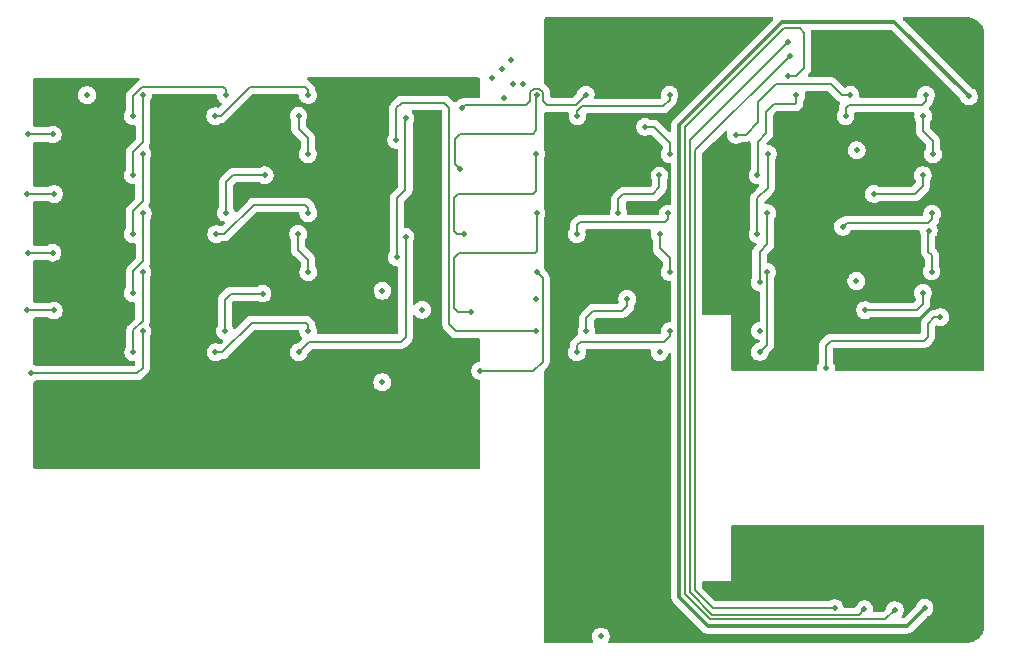
<source format=gbr>
%TF.GenerationSoftware,KiCad,Pcbnew,9.0.5*%
%TF.CreationDate,2025-11-23T18:29:56+02:00*%
%TF.ProjectId,Business_Card,42757369-6e65-4737-935f-436172642e6b,rev?*%
%TF.SameCoordinates,Original*%
%TF.FileFunction,Copper,L2,Inr*%
%TF.FilePolarity,Positive*%
%FSLAX46Y46*%
G04 Gerber Fmt 4.6, Leading zero omitted, Abs format (unit mm)*
G04 Created by KiCad (PCBNEW 9.0.5) date 2025-11-23 18:29:56*
%MOMM*%
%LPD*%
G01*
G04 APERTURE LIST*
%TA.AperFunction,ViaPad*%
%ADD10C,0.500000*%
%TD*%
%TA.AperFunction,Conductor*%
%ADD11C,0.200000*%
%TD*%
%TA.AperFunction,Conductor*%
%ADD12C,0.300000*%
%TD*%
G04 APERTURE END LIST*
D10*
%TO.N,+5V*%
X154630000Y-109860000D03*
%TO.N,GND*%
X87540000Y-123470000D03*
X130270000Y-128380000D03*
X146400000Y-117154076D03*
X138390000Y-138620000D03*
X144090000Y-88770000D03*
X155250000Y-97550000D03*
X112810000Y-124010000D03*
X144730000Y-107540000D03*
X149400000Y-107350000D03*
X95460000Y-107450000D03*
X102420000Y-97430000D03*
X130100000Y-122320000D03*
X137190000Y-97940000D03*
X158910000Y-107514076D03*
X134160000Y-100180000D03*
X151810000Y-102370000D03*
X156670000Y-117104076D03*
X120810000Y-119480000D03*
X149800000Y-111430000D03*
X111410000Y-106720000D03*
X104290000Y-116650000D03*
X95700000Y-123720000D03*
X135560000Y-125230000D03*
X149360000Y-96930000D03*
X88720000Y-112450000D03*
X114320000Y-101720000D03*
X104980000Y-123720000D03*
X149170000Y-117154076D03*
X153860000Y-117144076D03*
X164880000Y-100110000D03*
X109060000Y-121330000D03*
X137600000Y-88590000D03*
X119940000Y-114970000D03*
X141980000Y-108720000D03*
X92030000Y-120420000D03*
X135190000Y-118830000D03*
X95520000Y-97500000D03*
X164470000Y-135990000D03*
X88790000Y-96940000D03*
X98860000Y-100480000D03*
X102460000Y-107470000D03*
X141990000Y-102500000D03*
X129810000Y-100090000D03*
X118870000Y-109570000D03*
X135560000Y-133580000D03*
X99130000Y-110550000D03*
X95460000Y-102510000D03*
X88750000Y-107340000D03*
X100320000Y-120750000D03*
X165050000Y-107600000D03*
X164140000Y-105044076D03*
X118410000Y-103860000D03*
X130640000Y-88590000D03*
X129990000Y-137750000D03*
X144940000Y-102520000D03*
X111080000Y-102150000D03*
X111820000Y-112410000D03*
X133980000Y-108160000D03*
X127500000Y-111379000D03*
X133010000Y-118150000D03*
X152100000Y-108840000D03*
X95440000Y-112330000D03*
X164340000Y-112150000D03*
X111080000Y-96660000D03*
X162950000Y-139290000D03*
X164260000Y-88560000D03*
X164960000Y-116924076D03*
X146330000Y-136340000D03*
X118870000Y-99590000D03*
X150040000Y-99990000D03*
X138562422Y-96561470D03*
X114750000Y-121740000D03*
X97270000Y-115940000D03*
X160910000Y-102550000D03*
X121350000Y-122690000D03*
X88770000Y-102300000D03*
%TO.N,/LED*%
X133000000Y-139950000D03*
X117870000Y-112290000D03*
%TO.N,Net-(D1-DOUT)*%
X114480000Y-118440000D03*
X89490000Y-94120000D03*
%TO.N,Net-(D2-DOUT)*%
X86590000Y-97450000D03*
X84510000Y-97450000D03*
%TO.N,Net-(D3-DOUT)*%
X84410418Y-102470000D03*
X86690000Y-102500000D03*
%TO.N,Net-(D4-DOUT)*%
X84500000Y-107460000D03*
X86580000Y-107460000D03*
%TO.N,Net-(D5-DOUT)*%
X84410418Y-112350000D03*
X86690000Y-112350000D03*
%TO.N,Net-(D6-DOUT)*%
X94190000Y-114130000D03*
X84720000Y-117660000D03*
%TO.N,Net-(D7-DOUT)*%
X93409501Y-115888712D03*
X94190000Y-109100000D03*
%TO.N,Net-(D8-DOUT)*%
X94230000Y-104130000D03*
X93370000Y-110890000D03*
%TO.N,Net-(D10-DIN)*%
X93370000Y-105900000D03*
X94190000Y-99100000D03*
%TO.N,Net-(D10-DOUT)*%
X93370000Y-100890000D03*
X94220000Y-94110000D03*
%TO.N,Net-(D11-DOUT)*%
X101220000Y-94110000D03*
X93360000Y-95900000D03*
%TO.N,Net-(D12-DOUT)*%
X100350000Y-95900000D03*
X108200000Y-94110000D03*
%TO.N,Net-(D13-DOUT)*%
X108200000Y-99110000D03*
X107400000Y-95880000D03*
%TO.N,Net-(D14-DOUT)*%
X104540000Y-100900000D03*
X101230000Y-104080000D03*
%TO.N,Net-(D15-DOUT)*%
X108220000Y-104120000D03*
X100430000Y-105890000D03*
%TO.N,Net-(D16-DOUT)*%
X107360000Y-105880000D03*
X108220000Y-109120000D03*
%TO.N,Net-(D17-DOUT)*%
X101170000Y-114080000D03*
X104360000Y-110930000D03*
%TO.N,Net-(D18-DOUT)*%
X100370000Y-115890000D03*
X108220000Y-114110000D03*
%TO.N,Net-(D19-DOUT)*%
X107420000Y-115890000D03*
X116460000Y-106110000D03*
%TO.N,Net-(D20-DOUT)*%
X116460000Y-96100000D03*
X115720000Y-107870000D03*
%TO.N,Net-(D21-DOUT)*%
X127520000Y-114110000D03*
X115670000Y-97900000D03*
%TO.N,Net-(D22-DOUT)*%
X122770000Y-117460000D03*
X127550000Y-109100000D03*
%TO.N,Net-(D23-DOUT)*%
X121980000Y-112460000D03*
X127550000Y-104090000D03*
%TO.N,Net-(D24-DOUT)*%
X127530000Y-99090000D03*
X121400000Y-105880000D03*
%TO.N,Net-(D25-DOUT)*%
X121100000Y-100400000D03*
X127550000Y-94130000D03*
%TO.N,Net-(D26-DOUT)*%
X131720000Y-94080000D03*
X121270000Y-95190000D03*
%TO.N,Net-(D27-DOUT)*%
X131010000Y-95910000D03*
X138820000Y-94100000D03*
%TO.N,Net-(D28-DOUT)*%
X136760000Y-96810000D03*
X138820000Y-99130000D03*
%TO.N,Net-(D29-DOUT)*%
X137960000Y-100920000D03*
X134490000Y-104130000D03*
%TO.N,Net-(D30-DOUT)*%
X138670000Y-104140000D03*
X130970000Y-105890000D03*
%TO.N,Net-(D31-DOUT)*%
X138820000Y-109100000D03*
X137980000Y-105900000D03*
%TO.N,Net-(D32-DOUT)*%
X131780000Y-114100000D03*
X135220000Y-111380000D03*
%TO.N,Net-(D33-DOUT)*%
X138820000Y-114110000D03*
X130970000Y-115910000D03*
%TO.N,Net-(D34-DOUT)*%
X146460000Y-114080000D03*
X137970000Y-115890000D03*
%TO.N,Net-(D35-DOUT)*%
X146440000Y-115870000D03*
X147060000Y-109100000D03*
%TO.N,Net-(D36-DOUT)*%
X146430000Y-109979000D03*
X147080000Y-104110000D03*
%TO.N,Net-(D37-DOUT)*%
X146250000Y-105890000D03*
X147130000Y-99100000D03*
%TO.N,Net-(D38-DOUT)*%
X146250000Y-100890000D03*
X149550000Y-94110000D03*
%TO.N,Net-(D39-DOUT)*%
X144420000Y-97480000D03*
X154130000Y-94100000D03*
%TO.N,Net-(D40-DOUT)*%
X160510000Y-94100000D03*
X153720000Y-95910000D03*
%TO.N,Net-(D41-DOUT)*%
X160280000Y-95890000D03*
X161120000Y-99130000D03*
%TO.N,Net-(D42-DOUT)*%
X156120415Y-102490000D03*
X160260000Y-100900000D03*
%TO.N,Net-(D43-DOUT)*%
X153490000Y-105260000D03*
X161040000Y-104140000D03*
%TO.N,Net-(D44-DOUT)*%
X161000000Y-109060000D03*
X160760000Y-105590000D03*
%TO.N,/INT*%
X157880415Y-137719999D03*
X148840415Y-92499999D03*
%TO.N,/SCL*%
X152790415Y-137559999D03*
X148970415Y-90800825D03*
%TO.N,/SDA*%
X155310415Y-137659999D03*
X148870415Y-89599999D03*
%TO.N,/ANTENNA*%
X126381875Y-93192973D03*
X124606541Y-91907913D03*
X123806541Y-92707913D03*
X125406547Y-91107913D03*
X125580209Y-93210000D03*
X124780415Y-94379999D03*
%TO.N,/LED1_PWR*%
X154670415Y-98789999D03*
X114500000Y-110680000D03*
%TO.N,/BTN*%
X160410415Y-137539999D03*
X164160415Y-94229999D03*
%TO.N,Net-(D45-DOUT)*%
X160270000Y-110860000D03*
X155370000Y-112320000D03*
%TO.N,Net-(D46-DOUT)*%
X161730000Y-112920000D03*
X152060000Y-117204076D03*
%TD*%
D11*
%TO.N,Net-(D2-DOUT)*%
X84510000Y-97450000D02*
X86590000Y-97450000D01*
%TO.N,Net-(D3-DOUT)*%
X84410418Y-102470000D02*
X86660000Y-102470000D01*
X86660000Y-102470000D02*
X86690000Y-102500000D01*
%TO.N,Net-(D4-DOUT)*%
X84500000Y-107460000D02*
X86580000Y-107460000D01*
%TO.N,Net-(D5-DOUT)*%
X84410418Y-112350000D02*
X86690000Y-112350000D01*
%TO.N,Net-(D6-DOUT)*%
X94190000Y-114130000D02*
X94190000Y-117230000D01*
X94190000Y-117230000D02*
X93760000Y-117660000D01*
X93760000Y-117660000D02*
X84720000Y-117660000D01*
%TO.N,Net-(D7-DOUT)*%
X94190000Y-113250000D02*
X94190000Y-109100000D01*
X93409501Y-114030499D02*
X94190000Y-113250000D01*
X93409501Y-115888712D02*
X93409501Y-114030499D01*
%TO.N,Net-(D8-DOUT)*%
X93370000Y-110890000D02*
X93370000Y-109040000D01*
X94250000Y-104150000D02*
X94230000Y-104130000D01*
X94250000Y-108160000D02*
X94250000Y-104150000D01*
X93370000Y-109040000D02*
X94250000Y-108160000D01*
%TO.N,Net-(D10-DIN)*%
X93370000Y-103940000D02*
X93370000Y-105900000D01*
X94190000Y-103120000D02*
X93370000Y-103940000D01*
X94190000Y-99100000D02*
X94190000Y-103120000D01*
%TO.N,Net-(D10-DOUT)*%
X93390000Y-98930000D02*
X93390000Y-100870000D01*
X93390000Y-100870000D02*
X93370000Y-100890000D01*
X94220000Y-98100000D02*
X93390000Y-98930000D01*
X94220000Y-94110000D02*
X94220000Y-98100000D01*
%TO.N,Net-(D11-DOUT)*%
X101010000Y-93410000D02*
X94142768Y-93410000D01*
X94142768Y-93410000D02*
X93360000Y-94192768D01*
X101230000Y-94100000D02*
X101230000Y-93630000D01*
X101220000Y-94110000D02*
X101230000Y-94100000D01*
X101230000Y-93630000D02*
X101010000Y-93410000D01*
X93360000Y-94192768D02*
X93360000Y-95900000D01*
%TO.N,Net-(D12-DOUT)*%
X100800000Y-95900000D02*
X103270000Y-93430000D01*
X108200000Y-93690000D02*
X108200000Y-94110000D01*
X103270000Y-93430000D02*
X107940000Y-93430000D01*
X107940000Y-93430000D02*
X108200000Y-93690000D01*
X100350000Y-95900000D02*
X100800000Y-95900000D01*
%TO.N,Net-(D13-DOUT)*%
X107400000Y-95880000D02*
X107400000Y-96970000D01*
X108180000Y-99090000D02*
X108200000Y-99110000D01*
X107400000Y-96970000D02*
X108180000Y-97750000D01*
X108180000Y-97750000D02*
X108180000Y-99090000D01*
%TO.N,Net-(D14-DOUT)*%
X101840000Y-100900000D02*
X104540000Y-100900000D01*
X101230000Y-104080000D02*
X101230000Y-101510000D01*
X101230000Y-101510000D02*
X101840000Y-100900000D01*
%TO.N,Net-(D15-DOUT)*%
X107970000Y-103420000D02*
X103590000Y-103420000D01*
X108220000Y-103670000D02*
X107970000Y-103420000D01*
X101120000Y-105890000D02*
X100430000Y-105890000D01*
X103590000Y-103420000D02*
X101120000Y-105890000D01*
X108220000Y-104120000D02*
X108220000Y-103670000D01*
%TO.N,Net-(D16-DOUT)*%
X108220000Y-109120000D02*
X108220000Y-108080000D01*
X108220000Y-108080000D02*
X107360000Y-107220000D01*
X107360000Y-107220000D02*
X107360000Y-105880000D01*
%TO.N,Net-(D17-DOUT)*%
X101680000Y-110930000D02*
X104360000Y-110930000D01*
X101170000Y-114080000D02*
X101170000Y-111440000D01*
X101170000Y-111440000D02*
X101680000Y-110930000D01*
%TO.N,Net-(D18-DOUT)*%
X103440000Y-113410000D02*
X108030000Y-113410000D01*
X108220000Y-113600000D02*
X108220000Y-114110000D01*
X100960000Y-115890000D02*
X103440000Y-113410000D01*
X108030000Y-113410000D02*
X108220000Y-113600000D01*
X100370000Y-115890000D02*
X100960000Y-115890000D01*
%TO.N,Net-(D19-DOUT)*%
X116460000Y-114620000D02*
X116090000Y-114990000D01*
X116090000Y-114990000D02*
X108320000Y-114990000D01*
X108320000Y-114990000D02*
X107420000Y-115890000D01*
X116460000Y-106110000D02*
X116460000Y-114620000D01*
%TO.N,Net-(D20-DOUT)*%
X116450000Y-96110000D02*
X116450000Y-102120000D01*
X115720000Y-102850000D02*
X115720000Y-107870000D01*
X116450000Y-102120000D02*
X115720000Y-102850000D01*
X116460000Y-96100000D02*
X116450000Y-96110000D01*
%TO.N,Net-(D21-DOUT)*%
X119730000Y-94770000D02*
X120160000Y-95200000D01*
X115670000Y-97900000D02*
X115670000Y-95230000D01*
X120750000Y-114120000D02*
X127510000Y-114120000D01*
X120160000Y-95200000D02*
X120160000Y-113530000D01*
X115670000Y-95230000D02*
X116130000Y-94770000D01*
X127510000Y-114120000D02*
X127520000Y-114110000D01*
X120160000Y-113530000D02*
X120750000Y-114120000D01*
X116130000Y-94770000D02*
X119730000Y-94770000D01*
%TO.N,Net-(D22-DOUT)*%
X128071000Y-116679000D02*
X127290000Y-117460000D01*
X128071000Y-109621000D02*
X128071000Y-116679000D01*
X127550000Y-109100000D02*
X128071000Y-109621000D01*
X127290000Y-117460000D02*
X122770000Y-117460000D01*
%TO.N,Net-(D23-DOUT)*%
X121980000Y-112460000D02*
X121970000Y-112450000D01*
X121010000Y-107450000D02*
X127420000Y-107450000D01*
X120561000Y-112111000D02*
X120561000Y-107899000D01*
X127420000Y-107450000D02*
X127550000Y-107320000D01*
X127550000Y-107320000D02*
X127550000Y-104090000D01*
X120561000Y-107899000D02*
X121010000Y-107450000D01*
X121970000Y-112450000D02*
X120900000Y-112450000D01*
X120900000Y-112450000D02*
X120561000Y-112111000D01*
%TO.N,Net-(D24-DOUT)*%
X127230000Y-102520000D02*
X127510000Y-102240000D01*
X120580000Y-102840000D02*
X120900000Y-102520000D01*
X127510000Y-99110000D02*
X127530000Y-99090000D01*
X120580000Y-105650000D02*
X120580000Y-102840000D01*
X120810000Y-105880000D02*
X120580000Y-105650000D01*
X120900000Y-102520000D02*
X127230000Y-102520000D01*
X121400000Y-105880000D02*
X120810000Y-105880000D01*
X127510000Y-102240000D02*
X127510000Y-99110000D01*
%TO.N,Net-(D25-DOUT)*%
X127540000Y-97090000D02*
X127540000Y-94140000D01*
X120680000Y-99980000D02*
X120680000Y-97810000D01*
X127540000Y-94140000D02*
X127550000Y-94130000D01*
X121070000Y-97420000D02*
X127210000Y-97420000D01*
X121100000Y-100400000D02*
X120680000Y-99980000D01*
X120680000Y-97810000D02*
X121070000Y-97420000D01*
X127210000Y-97420000D02*
X127540000Y-97090000D01*
%TO.N,Net-(D26-DOUT)*%
X126640000Y-94940000D02*
X126999000Y-94581000D01*
X127321768Y-93579000D02*
X127778232Y-93579000D01*
X121520000Y-94940000D02*
X126640000Y-94940000D01*
X128101000Y-94631000D02*
X128410000Y-94940000D01*
X126999000Y-93901768D02*
X127321768Y-93579000D01*
X126999000Y-94581000D02*
X126999000Y-93901768D01*
X130860000Y-94940000D02*
X131720000Y-94080000D01*
X121270000Y-95190000D02*
X121520000Y-94940000D01*
X127778232Y-93579000D02*
X128101000Y-93901768D01*
X128101000Y-93901768D02*
X128101000Y-94631000D01*
X128410000Y-94940000D02*
X130860000Y-94940000D01*
%TO.N,Net-(D27-DOUT)*%
X138820000Y-94510000D02*
X138290000Y-95040000D01*
X138820000Y-94100000D02*
X138820000Y-94510000D01*
X131410000Y-95040000D02*
X131010000Y-95440000D01*
X131010000Y-95440000D02*
X131010000Y-95910000D01*
X138290000Y-95040000D02*
X131410000Y-95040000D01*
%TO.N,Net-(D28-DOUT)*%
X137460000Y-96810000D02*
X136760000Y-96810000D01*
X138820000Y-99130000D02*
X138820000Y-98170000D01*
X138820000Y-98170000D02*
X137460000Y-96810000D01*
%TO.N,Net-(D29-DOUT)*%
X137370000Y-102520000D02*
X137960000Y-101930000D01*
X137960000Y-101930000D02*
X137960000Y-100920000D01*
X134870000Y-102520000D02*
X137370000Y-102520000D01*
X134490000Y-102900000D02*
X134870000Y-102520000D01*
X134490000Y-104130000D02*
X134490000Y-102900000D01*
%TO.N,Net-(D30-DOUT)*%
X138670000Y-104640000D02*
X138420000Y-104890000D01*
X138420000Y-104890000D02*
X131230000Y-104890000D01*
X131230000Y-104890000D02*
X130970000Y-105150000D01*
X138670000Y-104140000D02*
X138670000Y-104640000D01*
X130970000Y-105150000D02*
X130970000Y-105890000D01*
%TO.N,Net-(D31-DOUT)*%
X137980000Y-107100000D02*
X137980000Y-105900000D01*
X138820000Y-109100000D02*
X138820000Y-107940000D01*
X138820000Y-107940000D02*
X137980000Y-107100000D01*
%TO.N,Net-(D32-DOUT)*%
X132360000Y-112380000D02*
X131780000Y-112960000D01*
X135230000Y-111390000D02*
X135230000Y-111960000D01*
X131780000Y-112960000D02*
X131780000Y-114100000D01*
X134810000Y-112380000D02*
X132360000Y-112380000D01*
X135220000Y-111380000D02*
X135230000Y-111390000D01*
X135230000Y-111960000D02*
X134810000Y-112380000D01*
%TO.N,Net-(D33-DOUT)*%
X138820000Y-114550000D02*
X138810000Y-114550000D01*
X138810000Y-114550000D02*
X138370000Y-114990000D01*
X130970000Y-115300000D02*
X130970000Y-115910000D01*
X131280000Y-114990000D02*
X130970000Y-115300000D01*
X138820000Y-114110000D02*
X138820000Y-114550000D01*
X138370000Y-114990000D02*
X131280000Y-114990000D01*
%TO.N,Net-(D35-DOUT)*%
X147060000Y-115250000D02*
X147060000Y-109100000D01*
X146440000Y-115870000D02*
X147060000Y-115250000D01*
%TO.N,Net-(D36-DOUT)*%
X147080000Y-104110000D02*
X147070000Y-104120000D01*
X147070000Y-104120000D02*
X147070000Y-106760000D01*
X147070000Y-106760000D02*
X146430000Y-107400000D01*
X146430000Y-107400000D02*
X146430000Y-109979000D01*
%TO.N,Net-(D37-DOUT)*%
X146250000Y-102850000D02*
X146250000Y-105890000D01*
X147130000Y-99100000D02*
X147130000Y-101970000D01*
X147130000Y-101970000D02*
X146250000Y-102850000D01*
%TO.N,Net-(D38-DOUT)*%
X146270000Y-100870000D02*
X146250000Y-100890000D01*
X146270000Y-98070000D02*
X146270000Y-100870000D01*
X149550000Y-94780000D02*
X149460000Y-94870000D01*
X149550000Y-94110000D02*
X149550000Y-94780000D01*
X146980000Y-95540000D02*
X146980000Y-97360000D01*
X146980000Y-97360000D02*
X146270000Y-98070000D01*
X147650000Y-94870000D02*
X146980000Y-95540000D01*
X149460000Y-94870000D02*
X147650000Y-94870000D01*
%TO.N,Net-(D39-DOUT)*%
X144420000Y-97480000D02*
X145270000Y-97480000D01*
X146310000Y-96440000D02*
X146310000Y-94700000D01*
X146310000Y-94700000D02*
X147830000Y-93180000D01*
X152460000Y-93180000D02*
X153380000Y-94100000D01*
X145270000Y-97480000D02*
X146310000Y-96440000D01*
X147830000Y-93180000D02*
X152460000Y-93180000D01*
X153380000Y-94100000D02*
X154130000Y-94100000D01*
%TO.N,Net-(D40-DOUT)*%
X153720000Y-95250000D02*
X153720000Y-95910000D01*
X160180000Y-94940000D02*
X154030000Y-94940000D01*
X160510000Y-94100000D02*
X160510000Y-94610000D01*
X160510000Y-94610000D02*
X160180000Y-94940000D01*
X154030000Y-94940000D02*
X153720000Y-95250000D01*
%TO.N,Net-(D41-DOUT)*%
X161120000Y-98030000D02*
X160280000Y-97190000D01*
X161120000Y-99130000D02*
X161120000Y-98030000D01*
X160280000Y-97190000D02*
X160280000Y-95890000D01*
%TO.N,Net-(D42-DOUT)*%
X159580000Y-102490000D02*
X160260000Y-101810000D01*
X160260000Y-101810000D02*
X160260000Y-100900000D01*
X156120415Y-102490000D02*
X159580000Y-102490000D01*
%TO.N,Net-(D43-DOUT)*%
X161040000Y-104600000D02*
X160690000Y-104950000D01*
X153800000Y-104950000D02*
X153490000Y-105260000D01*
X161040000Y-104140000D02*
X161040000Y-104600000D01*
X160690000Y-104950000D02*
X153800000Y-104950000D01*
%TO.N,Net-(D44-DOUT)*%
X160710000Y-105640000D02*
X160760000Y-105590000D01*
X160710000Y-107370000D02*
X160710000Y-105640000D01*
X161000000Y-109060000D02*
X161000000Y-107660000D01*
X161000000Y-107660000D02*
X160710000Y-107370000D01*
%TO.N,/INT*%
X142276769Y-138511999D02*
X157088415Y-138511999D01*
X150200415Y-88849999D02*
X149820415Y-88469999D01*
X149550415Y-92499999D02*
X150200415Y-91849999D01*
X140158805Y-96841609D02*
X140158805Y-136394035D01*
X148840415Y-92499999D02*
X149550415Y-92499999D01*
X148530415Y-88469999D02*
X140158805Y-96841609D01*
X150200415Y-91849999D02*
X150200415Y-88849999D01*
X157088415Y-138511999D02*
X157880415Y-137719999D01*
X140158805Y-136394035D02*
X142276769Y-138511999D01*
X149820415Y-88469999D02*
X148530415Y-88469999D01*
%TO.N,/SCL*%
X140960805Y-98810435D02*
X140960805Y-136061835D01*
X142458969Y-137559999D02*
X152790415Y-137559999D01*
X148970415Y-90800825D02*
X140960805Y-98810435D01*
X140960805Y-136061835D02*
X142458969Y-137559999D01*
%TO.N,/SDA*%
X154859415Y-138110999D02*
X155310415Y-137659999D01*
X140559805Y-97910609D02*
X140559805Y-136227935D01*
X142442869Y-138110999D02*
X154859415Y-138110999D01*
X148870415Y-89599999D02*
X140559805Y-97910609D01*
X140559805Y-136227935D02*
X142442869Y-138110999D01*
D12*
%TO.N,/BTN*%
X148302183Y-87918999D02*
X157849415Y-87918999D01*
X158887415Y-139062999D02*
X142048537Y-139062999D01*
X139607805Y-136622267D02*
X139607805Y-96613377D01*
X160410415Y-137539999D02*
X158887415Y-139062999D01*
X142048537Y-139062999D02*
X139607805Y-136622267D01*
X157849415Y-87918999D02*
X164160415Y-94229999D01*
X139607805Y-96613377D02*
X148302183Y-87918999D01*
D11*
%TO.N,Net-(D45-DOUT)*%
X160270000Y-111780000D02*
X160270000Y-110860000D01*
X155370000Y-112320000D02*
X159730000Y-112320000D01*
X159730000Y-112320000D02*
X160270000Y-111780000D01*
%TO.N,Net-(D46-DOUT)*%
X160670000Y-114610000D02*
X160670000Y-113460000D01*
X161210000Y-112920000D02*
X161730000Y-112920000D01*
X160670000Y-113460000D02*
X161210000Y-112920000D01*
X152060000Y-117204076D02*
X152050000Y-117194076D01*
X152490000Y-114910000D02*
X160370000Y-114910000D01*
X160370000Y-114910000D02*
X160670000Y-114610000D01*
X152050000Y-117194076D02*
X152050000Y-115350000D01*
X152050000Y-115350000D02*
X152490000Y-114910000D01*
%TD*%
%TA.AperFunction,Conductor*%
%TO.N,GND*%
G36*
X122703550Y-92637516D02*
G01*
X122749336Y-92690293D01*
X122760572Y-92741814D01*
X122761250Y-94215443D01*
X122741596Y-94282491D01*
X122688813Y-94328271D01*
X122637250Y-94339500D01*
X121440940Y-94339500D01*
X121400019Y-94350464D01*
X121400019Y-94350465D01*
X121288216Y-94380423D01*
X121198260Y-94432357D01*
X121160455Y-94446585D01*
X121051091Y-94468340D01*
X121051084Y-94468342D01*
X120914511Y-94524912D01*
X120914498Y-94524919D01*
X120791584Y-94607048D01*
X120691614Y-94707018D01*
X120630291Y-94740502D01*
X120560599Y-94735518D01*
X120516252Y-94707017D01*
X120217590Y-94408355D01*
X120217588Y-94408352D01*
X120098717Y-94289481D01*
X120098716Y-94289480D01*
X120011904Y-94239360D01*
X120011904Y-94239359D01*
X120011900Y-94239358D01*
X119961785Y-94210423D01*
X119809057Y-94169499D01*
X119650943Y-94169499D01*
X119643347Y-94169499D01*
X119643331Y-94169500D01*
X116209057Y-94169500D01*
X116050942Y-94169500D01*
X115898215Y-94210423D01*
X115898214Y-94210423D01*
X115898212Y-94210424D01*
X115898209Y-94210425D01*
X115848096Y-94239359D01*
X115848095Y-94239360D01*
X115804689Y-94264420D01*
X115761285Y-94289479D01*
X115761282Y-94289481D01*
X115189481Y-94861282D01*
X115189479Y-94861285D01*
X115139361Y-94948094D01*
X115139359Y-94948096D01*
X115110425Y-94998209D01*
X115110424Y-94998210D01*
X115110423Y-94998215D01*
X115069499Y-95150943D01*
X115069499Y-95150945D01*
X115069499Y-95319046D01*
X115069500Y-95319059D01*
X115069500Y-97410232D01*
X115049815Y-97477271D01*
X115048603Y-97479122D01*
X115004914Y-97544508D01*
X114948343Y-97681082D01*
X114948340Y-97681092D01*
X114919500Y-97826079D01*
X114919500Y-97826082D01*
X114919500Y-97973918D01*
X114919500Y-97973920D01*
X114919499Y-97973920D01*
X114948340Y-98118907D01*
X114948343Y-98118917D01*
X115004912Y-98255488D01*
X115004919Y-98255501D01*
X115087048Y-98378415D01*
X115087051Y-98378419D01*
X115191580Y-98482948D01*
X115191584Y-98482951D01*
X115314498Y-98565080D01*
X115314511Y-98565087D01*
X115450899Y-98621580D01*
X115451087Y-98621658D01*
X115451091Y-98621658D01*
X115451092Y-98621659D01*
X115596079Y-98650500D01*
X115725500Y-98650500D01*
X115792539Y-98670185D01*
X115838294Y-98722989D01*
X115849500Y-98774500D01*
X115849500Y-101819902D01*
X115829815Y-101886941D01*
X115813181Y-101907583D01*
X115239481Y-102481282D01*
X115239479Y-102481285D01*
X115214420Y-102524689D01*
X115203319Y-102543918D01*
X115189361Y-102568094D01*
X115189359Y-102568096D01*
X115160425Y-102618209D01*
X115160424Y-102618210D01*
X115160423Y-102618215D01*
X115119499Y-102770943D01*
X115119499Y-102770945D01*
X115119499Y-102939046D01*
X115119500Y-102939059D01*
X115119500Y-107380232D01*
X115099815Y-107447271D01*
X115098603Y-107449122D01*
X115054914Y-107514508D01*
X114998343Y-107651082D01*
X114998340Y-107651092D01*
X114969500Y-107796079D01*
X114969500Y-107796082D01*
X114969500Y-107943918D01*
X114969500Y-107943920D01*
X114969499Y-107943920D01*
X114998340Y-108088907D01*
X114998343Y-108088917D01*
X115054912Y-108225488D01*
X115054919Y-108225501D01*
X115137048Y-108348415D01*
X115137051Y-108348419D01*
X115241580Y-108452948D01*
X115241584Y-108452951D01*
X115364498Y-108535080D01*
X115364511Y-108535087D01*
X115475631Y-108581114D01*
X115501087Y-108591658D01*
X115501091Y-108591658D01*
X115501092Y-108591659D01*
X115646079Y-108620500D01*
X115735500Y-108620500D01*
X115802539Y-108640185D01*
X115848294Y-108692989D01*
X115859500Y-108744500D01*
X115859500Y-114265500D01*
X115839815Y-114332539D01*
X115787011Y-114378294D01*
X115735500Y-114389500D01*
X109080702Y-114389500D01*
X109013663Y-114369815D01*
X108967908Y-114317011D01*
X108957964Y-114247853D01*
X108959085Y-114241309D01*
X108970499Y-114183922D01*
X108970500Y-114183920D01*
X108970500Y-114036079D01*
X108941659Y-113891092D01*
X108941658Y-113891091D01*
X108941658Y-113891087D01*
X108903396Y-113798713D01*
X108885086Y-113754508D01*
X108841398Y-113689124D01*
X108820521Y-113622447D01*
X108820501Y-113620234D01*
X108820501Y-113520944D01*
X108817105Y-113508271D01*
X108779577Y-113368216D01*
X108779573Y-113368209D01*
X108700524Y-113231290D01*
X108700518Y-113231282D01*
X108527961Y-113058726D01*
X108527959Y-113058723D01*
X108398717Y-112929481D01*
X108398709Y-112929475D01*
X108289572Y-112866465D01*
X108289572Y-112866466D01*
X108261783Y-112850422D01*
X108205881Y-112835443D01*
X108109057Y-112809499D01*
X107950943Y-112809499D01*
X107943347Y-112809499D01*
X107943331Y-112809500D01*
X103526670Y-112809500D01*
X103526654Y-112809499D01*
X103519058Y-112809499D01*
X103360943Y-112809499D01*
X103290334Y-112828419D01*
X103208214Y-112850423D01*
X103208209Y-112850426D01*
X103071290Y-112929475D01*
X103071282Y-112929481D01*
X102095525Y-113905238D01*
X102034202Y-113938723D01*
X101964510Y-113933739D01*
X101908577Y-113891867D01*
X101893283Y-113865010D01*
X101855797Y-113774511D01*
X101835084Y-113724505D01*
X101791396Y-113659121D01*
X101770520Y-113592444D01*
X101770500Y-113590232D01*
X101770500Y-111740097D01*
X101779144Y-111710656D01*
X101785668Y-111680670D01*
X101789422Y-111675654D01*
X101790185Y-111673058D01*
X101806819Y-111652416D01*
X101892416Y-111566819D01*
X101953739Y-111533334D01*
X101980097Y-111530500D01*
X103870233Y-111530500D01*
X103937272Y-111550185D01*
X103939124Y-111551398D01*
X104004498Y-111595080D01*
X104004511Y-111595087D01*
X104114149Y-111640500D01*
X104141087Y-111651658D01*
X104141091Y-111651658D01*
X104141092Y-111651659D01*
X104286079Y-111680500D01*
X104286082Y-111680500D01*
X104433920Y-111680500D01*
X104531462Y-111661096D01*
X104578913Y-111651658D01*
X104715495Y-111595084D01*
X104838416Y-111512951D01*
X104942951Y-111408416D01*
X105025084Y-111285495D01*
X105081658Y-111148913D01*
X105110500Y-111003918D01*
X105110500Y-110856082D01*
X105110500Y-110856079D01*
X105090178Y-110753920D01*
X113749499Y-110753920D01*
X113778340Y-110898907D01*
X113778343Y-110898917D01*
X113834912Y-111035488D01*
X113834919Y-111035501D01*
X113917048Y-111158415D01*
X113917051Y-111158419D01*
X114021580Y-111262948D01*
X114021584Y-111262951D01*
X114144498Y-111345080D01*
X114144511Y-111345087D01*
X114281082Y-111401656D01*
X114281087Y-111401658D01*
X114281091Y-111401658D01*
X114281092Y-111401659D01*
X114426079Y-111430500D01*
X114426082Y-111430500D01*
X114573920Y-111430500D01*
X114684944Y-111408415D01*
X114718913Y-111401658D01*
X114855495Y-111345084D01*
X114978416Y-111262951D01*
X115082951Y-111158416D01*
X115165084Y-111035495D01*
X115221658Y-110898913D01*
X115250500Y-110753918D01*
X115250500Y-110606082D01*
X115250500Y-110606079D01*
X115221659Y-110461092D01*
X115221658Y-110461091D01*
X115221658Y-110461087D01*
X115196451Y-110400232D01*
X115165087Y-110324511D01*
X115165080Y-110324498D01*
X115082951Y-110201584D01*
X115082948Y-110201580D01*
X114978419Y-110097051D01*
X114978415Y-110097048D01*
X114855501Y-110014919D01*
X114855488Y-110014912D01*
X114718917Y-109958343D01*
X114718907Y-109958340D01*
X114573920Y-109929500D01*
X114573918Y-109929500D01*
X114426082Y-109929500D01*
X114426080Y-109929500D01*
X114281092Y-109958340D01*
X114281082Y-109958343D01*
X114144511Y-110014912D01*
X114144498Y-110014919D01*
X114021584Y-110097048D01*
X114021580Y-110097051D01*
X113917051Y-110201580D01*
X113917048Y-110201584D01*
X113834919Y-110324498D01*
X113834912Y-110324511D01*
X113778343Y-110461082D01*
X113778340Y-110461092D01*
X113749500Y-110606079D01*
X113749500Y-110606082D01*
X113749500Y-110753918D01*
X113749500Y-110753920D01*
X113749499Y-110753920D01*
X105090178Y-110753920D01*
X105081659Y-110711092D01*
X105081658Y-110711091D01*
X105081658Y-110711087D01*
X105065092Y-110671092D01*
X105055296Y-110647442D01*
X105025085Y-110574507D01*
X105025080Y-110574498D01*
X104942951Y-110451584D01*
X104942948Y-110451580D01*
X104838419Y-110347051D01*
X104838415Y-110347048D01*
X104715501Y-110264919D01*
X104715488Y-110264912D01*
X104578917Y-110208343D01*
X104578907Y-110208340D01*
X104433920Y-110179500D01*
X104433918Y-110179500D01*
X104286082Y-110179500D01*
X104286080Y-110179500D01*
X104141092Y-110208340D01*
X104141082Y-110208343D01*
X104004511Y-110264912D01*
X104004498Y-110264919D01*
X103939124Y-110308602D01*
X103872447Y-110329480D01*
X103870233Y-110329500D01*
X101766669Y-110329500D01*
X101766653Y-110329499D01*
X101759057Y-110329499D01*
X101600943Y-110329499D01*
X101493587Y-110358265D01*
X101448210Y-110370424D01*
X101448209Y-110370425D01*
X101398096Y-110399359D01*
X101398095Y-110399360D01*
X101396585Y-110400232D01*
X101311285Y-110449479D01*
X101311282Y-110449481D01*
X100689479Y-111071284D01*
X100669814Y-111105346D01*
X100661502Y-111119744D01*
X100610423Y-111208215D01*
X100569499Y-111360943D01*
X100569499Y-111360945D01*
X100569499Y-111529046D01*
X100569500Y-111529059D01*
X100569500Y-113590232D01*
X100549815Y-113657271D01*
X100548603Y-113659122D01*
X100504914Y-113724508D01*
X100448343Y-113861082D01*
X100448340Y-113861092D01*
X100419500Y-114006079D01*
X100419500Y-114006082D01*
X100419500Y-114153918D01*
X100419500Y-114153920D01*
X100419499Y-114153920D01*
X100448340Y-114298907D01*
X100448343Y-114298917D01*
X100504912Y-114435488D01*
X100504919Y-114435501D01*
X100587048Y-114558415D01*
X100587051Y-114558419D01*
X100691580Y-114662948D01*
X100691584Y-114662951D01*
X100814498Y-114745080D01*
X100814507Y-114745085D01*
X100955010Y-114803283D01*
X100980557Y-114823870D01*
X101006824Y-114843534D01*
X101007625Y-114845683D01*
X101009413Y-114847124D01*
X101019775Y-114878258D01*
X101031241Y-114908998D01*
X101030753Y-114911240D01*
X101031478Y-114913418D01*
X101023362Y-114945213D01*
X101016389Y-114977271D01*
X101014555Y-114979720D01*
X101014199Y-114981117D01*
X100995238Y-115005525D01*
X100819686Y-115181076D01*
X100758363Y-115214561D01*
X100688671Y-115209577D01*
X100684553Y-115207957D01*
X100663443Y-115199213D01*
X100588913Y-115168342D01*
X100588908Y-115168341D01*
X100588907Y-115168340D01*
X100443920Y-115139500D01*
X100443918Y-115139500D01*
X100296082Y-115139500D01*
X100296080Y-115139500D01*
X100151092Y-115168340D01*
X100151082Y-115168343D01*
X100014511Y-115224912D01*
X100014498Y-115224919D01*
X99891584Y-115307048D01*
X99891580Y-115307051D01*
X99787051Y-115411580D01*
X99787048Y-115411584D01*
X99704919Y-115534498D01*
X99704912Y-115534511D01*
X99648343Y-115671082D01*
X99648340Y-115671092D01*
X99619500Y-115816079D01*
X99619500Y-115816082D01*
X99619500Y-115963918D01*
X99619500Y-115963920D01*
X99619499Y-115963920D01*
X99648340Y-116108907D01*
X99648343Y-116108917D01*
X99704912Y-116245488D01*
X99704919Y-116245501D01*
X99787048Y-116368415D01*
X99787051Y-116368419D01*
X99891580Y-116472948D01*
X99891584Y-116472951D01*
X100014498Y-116555080D01*
X100014511Y-116555087D01*
X100147977Y-116610370D01*
X100151087Y-116611658D01*
X100151091Y-116611658D01*
X100151092Y-116611659D01*
X100296079Y-116640500D01*
X100296082Y-116640500D01*
X100443920Y-116640500D01*
X100556477Y-116618110D01*
X100588913Y-116611658D01*
X100725495Y-116555084D01*
X100790876Y-116511398D01*
X100808922Y-116505747D01*
X100824832Y-116495523D01*
X100855791Y-116491071D01*
X100857553Y-116490520D01*
X100859767Y-116490500D01*
X100873331Y-116490500D01*
X100873347Y-116490501D01*
X100880943Y-116490501D01*
X101039054Y-116490501D01*
X101039057Y-116490501D01*
X101191785Y-116449577D01*
X101241904Y-116420639D01*
X101328716Y-116370520D01*
X101440520Y-116258716D01*
X101440520Y-116258714D01*
X101450728Y-116248507D01*
X101450729Y-116248504D01*
X103652417Y-114046819D01*
X103713740Y-114013334D01*
X103740098Y-114010500D01*
X107345500Y-114010500D01*
X107412539Y-114030185D01*
X107458294Y-114082989D01*
X107469500Y-114134500D01*
X107469500Y-114183918D01*
X107469500Y-114183920D01*
X107469499Y-114183920D01*
X107498340Y-114328907D01*
X107498343Y-114328917D01*
X107554912Y-114465488D01*
X107554919Y-114465501D01*
X107637048Y-114588415D01*
X107637051Y-114588419D01*
X107667017Y-114618385D01*
X107700502Y-114679708D01*
X107695518Y-114749400D01*
X107667017Y-114793747D01*
X107341699Y-115119064D01*
X107280376Y-115152549D01*
X107278210Y-115153000D01*
X107201092Y-115168340D01*
X107201084Y-115168342D01*
X107064511Y-115224912D01*
X107064498Y-115224919D01*
X106941584Y-115307048D01*
X106941580Y-115307051D01*
X106837051Y-115411580D01*
X106837048Y-115411584D01*
X106754919Y-115534498D01*
X106754912Y-115534511D01*
X106698343Y-115671082D01*
X106698340Y-115671092D01*
X106669500Y-115816079D01*
X106669500Y-115816082D01*
X106669500Y-115963918D01*
X106669500Y-115963920D01*
X106669499Y-115963920D01*
X106698340Y-116108907D01*
X106698343Y-116108917D01*
X106754912Y-116245488D01*
X106754919Y-116245501D01*
X106837048Y-116368415D01*
X106837051Y-116368419D01*
X106941580Y-116472948D01*
X106941584Y-116472951D01*
X107064498Y-116555080D01*
X107064511Y-116555087D01*
X107197977Y-116610370D01*
X107201087Y-116611658D01*
X107201091Y-116611658D01*
X107201092Y-116611659D01*
X107346079Y-116640500D01*
X107346082Y-116640500D01*
X107493920Y-116640500D01*
X107606477Y-116618110D01*
X107638913Y-116611658D01*
X107775495Y-116555084D01*
X107898416Y-116472951D01*
X108002951Y-116368416D01*
X108085084Y-116245495D01*
X108085621Y-116244200D01*
X108141656Y-116108917D01*
X108141658Y-116108913D01*
X108156999Y-116031786D01*
X108189381Y-115969879D01*
X108190872Y-115968361D01*
X108532416Y-115626819D01*
X108593739Y-115593334D01*
X108620097Y-115590500D01*
X116003331Y-115590500D01*
X116003347Y-115590501D01*
X116010943Y-115590501D01*
X116169054Y-115590501D01*
X116169057Y-115590501D01*
X116321785Y-115549577D01*
X116371904Y-115520639D01*
X116458716Y-115470520D01*
X116570520Y-115358716D01*
X116570520Y-115358714D01*
X116580728Y-115348507D01*
X116580730Y-115348504D01*
X116818506Y-115110728D01*
X116818511Y-115110724D01*
X116828714Y-115100520D01*
X116828716Y-115100520D01*
X116940520Y-114988716D01*
X116983993Y-114913418D01*
X117014543Y-114860504D01*
X117015442Y-114858945D01*
X117019577Y-114851785D01*
X117060501Y-114699057D01*
X117060501Y-114540943D01*
X117060501Y-114533348D01*
X117060500Y-114533330D01*
X117060500Y-112838135D01*
X117080185Y-112771096D01*
X117132989Y-112725341D01*
X117202147Y-112715397D01*
X117265703Y-112744422D01*
X117282913Y-112763930D01*
X117283185Y-112763708D01*
X117287051Y-112768419D01*
X117391580Y-112872948D01*
X117391584Y-112872951D01*
X117514498Y-112955080D01*
X117514511Y-112955087D01*
X117651082Y-113011656D01*
X117651087Y-113011658D01*
X117651091Y-113011658D01*
X117651092Y-113011659D01*
X117796079Y-113040500D01*
X117796082Y-113040500D01*
X117943920Y-113040500D01*
X118062354Y-113016941D01*
X118088913Y-113011658D01*
X118209508Y-112961706D01*
X118225488Y-112955087D01*
X118225488Y-112955086D01*
X118225495Y-112955084D01*
X118348416Y-112872951D01*
X118452951Y-112768416D01*
X118535084Y-112645495D01*
X118591658Y-112508913D01*
X118608565Y-112423918D01*
X118620500Y-112363920D01*
X118620500Y-112216079D01*
X118591659Y-112071092D01*
X118591658Y-112071091D01*
X118591658Y-112071087D01*
X118566934Y-112011398D01*
X118535087Y-111934511D01*
X118535080Y-111934498D01*
X118452951Y-111811584D01*
X118452948Y-111811580D01*
X118348419Y-111707051D01*
X118348415Y-111707048D01*
X118225501Y-111624919D01*
X118225488Y-111624912D01*
X118088917Y-111568343D01*
X118088907Y-111568340D01*
X117943920Y-111539500D01*
X117943918Y-111539500D01*
X117796082Y-111539500D01*
X117796080Y-111539500D01*
X117651092Y-111568340D01*
X117651082Y-111568343D01*
X117514511Y-111624912D01*
X117514498Y-111624919D01*
X117391584Y-111707048D01*
X117391580Y-111707051D01*
X117287051Y-111811580D01*
X117283185Y-111816292D01*
X117282073Y-111815379D01*
X117233979Y-111855565D01*
X117164653Y-111864265D01*
X117101629Y-111834105D01*
X117064915Y-111774658D01*
X117060500Y-111741864D01*
X117060500Y-106599767D01*
X117080185Y-106532728D01*
X117081398Y-106530876D01*
X117125080Y-106465501D01*
X117125080Y-106465500D01*
X117125084Y-106465495D01*
X117181658Y-106328913D01*
X117196262Y-106255495D01*
X117210500Y-106183920D01*
X117210500Y-106036079D01*
X117181659Y-105891092D01*
X117181658Y-105891091D01*
X117181658Y-105891087D01*
X117146447Y-105806079D01*
X117125087Y-105754511D01*
X117125080Y-105754498D01*
X117042951Y-105631584D01*
X117042948Y-105631580D01*
X116938419Y-105527051D01*
X116938415Y-105527048D01*
X116815501Y-105444919D01*
X116815488Y-105444912D01*
X116678917Y-105388343D01*
X116678907Y-105388340D01*
X116533920Y-105359500D01*
X116533918Y-105359500D01*
X116444500Y-105359500D01*
X116377461Y-105339815D01*
X116331706Y-105287011D01*
X116320500Y-105235500D01*
X116320500Y-103150096D01*
X116340185Y-103083057D01*
X116356815Y-103062419D01*
X116808506Y-102610727D01*
X116808511Y-102610724D01*
X116818714Y-102600520D01*
X116818716Y-102600520D01*
X116930520Y-102488716D01*
X116966682Y-102426082D01*
X116986969Y-102390944D01*
X116986970Y-102390942D01*
X117009574Y-102351790D01*
X117009575Y-102351789D01*
X117009575Y-102351787D01*
X117009577Y-102351785D01*
X117050501Y-102199057D01*
X117050501Y-102040943D01*
X117050501Y-102033348D01*
X117050500Y-102033330D01*
X117050500Y-96604733D01*
X117070185Y-96537694D01*
X117071398Y-96535842D01*
X117125080Y-96455501D01*
X117125080Y-96455500D01*
X117125084Y-96455495D01*
X117181658Y-96318913D01*
X117210500Y-96173918D01*
X117210500Y-96026082D01*
X117210500Y-96026079D01*
X117181659Y-95881092D01*
X117181658Y-95881091D01*
X117181658Y-95881087D01*
X117173881Y-95862311D01*
X117125087Y-95744511D01*
X117125080Y-95744498D01*
X117042951Y-95621584D01*
X117042948Y-95621580D01*
X117003549Y-95582181D01*
X116970064Y-95520858D01*
X116975048Y-95451166D01*
X117016920Y-95395233D01*
X117082384Y-95370816D01*
X117091230Y-95370500D01*
X119429903Y-95370500D01*
X119459343Y-95379144D01*
X119489330Y-95385668D01*
X119494345Y-95389422D01*
X119496942Y-95390185D01*
X119517584Y-95406819D01*
X119523181Y-95412416D01*
X119556666Y-95473739D01*
X119559500Y-95500097D01*
X119559500Y-113443330D01*
X119559499Y-113443348D01*
X119559499Y-113609054D01*
X119559498Y-113609054D01*
X119600424Y-113761789D01*
X119600425Y-113761790D01*
X119621743Y-113798713D01*
X119621744Y-113798714D01*
X119679477Y-113898712D01*
X119679481Y-113898717D01*
X119798349Y-114017585D01*
X119798355Y-114017590D01*
X120265139Y-114484374D01*
X120265149Y-114484385D01*
X120269479Y-114488715D01*
X120269480Y-114488716D01*
X120381284Y-114600520D01*
X120414622Y-114619767D01*
X120468095Y-114650639D01*
X120468097Y-114650641D01*
X120506151Y-114672611D01*
X120518215Y-114679577D01*
X120670943Y-114720501D01*
X120670946Y-114720501D01*
X120836653Y-114720501D01*
X120836669Y-114720500D01*
X122646743Y-114720500D01*
X122713782Y-114740185D01*
X122759537Y-114792989D01*
X122770742Y-114844442D01*
X122770773Y-114908998D01*
X122771547Y-116592667D01*
X122751893Y-116659715D01*
X122699110Y-116705495D01*
X122671740Y-116714341D01*
X122551091Y-116738340D01*
X122551082Y-116738343D01*
X122414511Y-116794912D01*
X122414498Y-116794919D01*
X122291584Y-116877048D01*
X122291580Y-116877051D01*
X122187051Y-116981580D01*
X122187048Y-116981584D01*
X122104919Y-117104498D01*
X122104912Y-117104511D01*
X122048343Y-117241082D01*
X122048340Y-117241092D01*
X122019500Y-117386079D01*
X122019500Y-117386082D01*
X122019500Y-117533918D01*
X122019500Y-117533920D01*
X122019499Y-117533920D01*
X122048340Y-117678907D01*
X122048343Y-117678917D01*
X122104912Y-117815488D01*
X122104919Y-117815501D01*
X122187048Y-117938415D01*
X122187051Y-117938419D01*
X122291580Y-118042948D01*
X122291584Y-118042951D01*
X122414498Y-118125080D01*
X122414511Y-118125087D01*
X122551082Y-118181656D01*
X122551087Y-118181658D01*
X122551091Y-118181658D01*
X122551092Y-118181659D01*
X122672537Y-118205817D01*
X122734448Y-118238202D01*
X122769022Y-118298918D01*
X122772345Y-118327377D01*
X122775715Y-125651514D01*
X122756061Y-125718562D01*
X122703278Y-125764342D01*
X122651780Y-125775571D01*
X85084480Y-125795239D01*
X85017430Y-125775590D01*
X84971648Y-125722810D01*
X84960415Y-125671239D01*
X84960415Y-118513920D01*
X113729499Y-118513920D01*
X113758340Y-118658907D01*
X113758343Y-118658917D01*
X113814912Y-118795488D01*
X113814919Y-118795501D01*
X113897048Y-118918415D01*
X113897051Y-118918419D01*
X114001580Y-119022948D01*
X114001584Y-119022951D01*
X114124498Y-119105080D01*
X114124511Y-119105087D01*
X114261082Y-119161656D01*
X114261087Y-119161658D01*
X114261091Y-119161658D01*
X114261092Y-119161659D01*
X114406079Y-119190500D01*
X114406082Y-119190500D01*
X114553920Y-119190500D01*
X114651462Y-119171096D01*
X114698913Y-119161658D01*
X114835495Y-119105084D01*
X114958416Y-119022951D01*
X115062951Y-118918416D01*
X115145084Y-118795495D01*
X115201658Y-118658913D01*
X115230500Y-118513918D01*
X115230500Y-118366082D01*
X115230500Y-118366079D01*
X115201659Y-118221092D01*
X115201658Y-118221091D01*
X115201658Y-118221087D01*
X115195333Y-118205817D01*
X115145087Y-118084511D01*
X115145080Y-118084498D01*
X115062951Y-117961584D01*
X115062948Y-117961580D01*
X114958419Y-117857051D01*
X114958415Y-117857048D01*
X114835501Y-117774919D01*
X114835488Y-117774912D01*
X114698917Y-117718343D01*
X114698907Y-117718340D01*
X114553920Y-117689500D01*
X114553918Y-117689500D01*
X114406082Y-117689500D01*
X114406080Y-117689500D01*
X114261092Y-117718340D01*
X114261082Y-117718343D01*
X114124511Y-117774912D01*
X114124498Y-117774919D01*
X114001584Y-117857048D01*
X114001580Y-117857051D01*
X113897051Y-117961580D01*
X113897048Y-117961584D01*
X113814919Y-118084498D01*
X113814912Y-118084511D01*
X113758343Y-118221082D01*
X113758340Y-118221092D01*
X113729500Y-118366079D01*
X113729500Y-118366082D01*
X113729500Y-118513918D01*
X113729500Y-118513920D01*
X113729499Y-118513920D01*
X84960415Y-118513920D01*
X84960415Y-118455605D01*
X84963929Y-118443637D01*
X84962838Y-118431211D01*
X84973588Y-118410742D01*
X84980100Y-118388566D01*
X84990309Y-118378904D01*
X84995326Y-118369354D01*
X85013361Y-118357090D01*
X85023234Y-118347749D01*
X85029885Y-118343976D01*
X85075495Y-118325084D01*
X85144645Y-118278879D01*
X85148586Y-118276644D01*
X85178367Y-118269658D01*
X85207554Y-118260520D01*
X85209767Y-118260500D01*
X93673331Y-118260500D01*
X93673347Y-118260501D01*
X93680943Y-118260501D01*
X93839054Y-118260501D01*
X93839057Y-118260501D01*
X93991785Y-118219577D01*
X94057462Y-118181658D01*
X94128716Y-118140520D01*
X94240520Y-118028716D01*
X94240520Y-118028714D01*
X94250724Y-118018511D01*
X94250728Y-118018506D01*
X94548506Y-117720728D01*
X94548511Y-117720724D01*
X94558714Y-117710520D01*
X94558716Y-117710520D01*
X94670520Y-117598716D01*
X94744686Y-117470256D01*
X94749577Y-117461785D01*
X94790501Y-117309057D01*
X94790501Y-117150943D01*
X94790501Y-117143348D01*
X94790500Y-117143330D01*
X94790500Y-114619767D01*
X94810185Y-114552728D01*
X94811398Y-114550876D01*
X94855080Y-114485501D01*
X94855080Y-114485500D01*
X94855084Y-114485495D01*
X94911658Y-114348913D01*
X94931761Y-114247853D01*
X94940500Y-114203920D01*
X94940500Y-114056079D01*
X94911659Y-113911092D01*
X94911658Y-113911091D01*
X94911658Y-113911087D01*
X94902185Y-113888216D01*
X94855087Y-113774511D01*
X94855080Y-113774498D01*
X94772951Y-113651584D01*
X94772948Y-113651580D01*
X94763261Y-113641893D01*
X94729776Y-113580570D01*
X94734760Y-113510878D01*
X94743550Y-113492222D01*
X94749577Y-113481785D01*
X94790500Y-113329058D01*
X94790500Y-113170943D01*
X94790500Y-109589767D01*
X94810185Y-109522728D01*
X94811398Y-109520876D01*
X94855080Y-109455501D01*
X94855080Y-109455500D01*
X94855084Y-109455495D01*
X94911658Y-109318913D01*
X94921096Y-109271462D01*
X94940500Y-109173920D01*
X94940500Y-109026079D01*
X94911659Y-108881092D01*
X94911658Y-108881091D01*
X94911658Y-108881087D01*
X94911656Y-108881082D01*
X94855087Y-108744511D01*
X94855080Y-108744498D01*
X94772949Y-108621581D01*
X94771007Y-108619214D01*
X94770378Y-108617732D01*
X94769567Y-108616519D01*
X94769797Y-108616365D01*
X94762424Y-108599002D01*
X94749686Y-108581114D01*
X94749036Y-108567470D01*
X94743699Y-108554902D01*
X94747406Y-108533259D01*
X94746361Y-108511323D01*
X94754755Y-108490354D01*
X94755495Y-108486035D01*
X94759465Y-108478580D01*
X94784675Y-108434916D01*
X94809577Y-108391785D01*
X94850501Y-108239057D01*
X94850501Y-108080943D01*
X94850501Y-108073348D01*
X94850500Y-108073330D01*
X94850500Y-105963920D01*
X99679499Y-105963920D01*
X99708340Y-106108907D01*
X99708343Y-106108917D01*
X99764912Y-106245488D01*
X99764919Y-106245501D01*
X99847048Y-106368415D01*
X99847051Y-106368419D01*
X99951580Y-106472948D01*
X99951584Y-106472951D01*
X100074498Y-106555080D01*
X100074511Y-106555087D01*
X100186947Y-106601659D01*
X100211087Y-106611658D01*
X100211091Y-106611658D01*
X100211092Y-106611659D01*
X100356079Y-106640500D01*
X100356082Y-106640500D01*
X100503920Y-106640500D01*
X100601462Y-106621096D01*
X100648913Y-106611658D01*
X100761353Y-106565084D01*
X100785488Y-106555087D01*
X100785488Y-106555086D01*
X100785495Y-106555084D01*
X100850876Y-106511398D01*
X100868922Y-106505747D01*
X100884832Y-106495523D01*
X100915791Y-106491071D01*
X100917553Y-106490520D01*
X100919767Y-106490500D01*
X101033331Y-106490500D01*
X101033347Y-106490501D01*
X101040943Y-106490501D01*
X101199054Y-106490501D01*
X101199057Y-106490501D01*
X101351785Y-106449577D01*
X101428516Y-106405276D01*
X101488716Y-106370520D01*
X101600520Y-106258716D01*
X101600520Y-106258714D01*
X101610724Y-106248511D01*
X101610727Y-106248506D01*
X101905313Y-105953920D01*
X106609499Y-105953920D01*
X106638340Y-106098907D01*
X106638343Y-106098917D01*
X106694912Y-106235488D01*
X106694919Y-106235501D01*
X106738602Y-106300876D01*
X106759480Y-106367553D01*
X106759500Y-106369767D01*
X106759500Y-107133330D01*
X106759499Y-107133348D01*
X106759499Y-107299054D01*
X106759498Y-107299054D01*
X106800423Y-107451785D01*
X106829358Y-107501900D01*
X106829359Y-107501904D01*
X106829360Y-107501904D01*
X106879479Y-107588714D01*
X106879481Y-107588717D01*
X106998349Y-107707585D01*
X106998355Y-107707590D01*
X107583181Y-108292416D01*
X107616666Y-108353739D01*
X107619500Y-108380097D01*
X107619500Y-108630232D01*
X107599815Y-108697271D01*
X107598603Y-108699122D01*
X107554914Y-108764508D01*
X107498343Y-108901082D01*
X107498340Y-108901092D01*
X107469500Y-109046079D01*
X107469500Y-109046082D01*
X107469500Y-109193918D01*
X107469500Y-109193920D01*
X107469499Y-109193920D01*
X107498340Y-109338907D01*
X107498343Y-109338917D01*
X107554912Y-109475488D01*
X107554919Y-109475501D01*
X107637048Y-109598415D01*
X107637051Y-109598419D01*
X107741580Y-109702948D01*
X107741584Y-109702951D01*
X107864498Y-109785080D01*
X107864511Y-109785087D01*
X108001082Y-109841656D01*
X108001087Y-109841658D01*
X108001091Y-109841658D01*
X108001092Y-109841659D01*
X108146079Y-109870500D01*
X108146082Y-109870500D01*
X108293920Y-109870500D01*
X108391462Y-109851096D01*
X108438913Y-109841658D01*
X108575495Y-109785084D01*
X108698416Y-109702951D01*
X108802951Y-109598416D01*
X108885084Y-109475495D01*
X108941658Y-109338913D01*
X108970500Y-109193918D01*
X108970500Y-109046082D01*
X108970500Y-109046079D01*
X108941659Y-108901092D01*
X108941658Y-108901091D01*
X108941658Y-108901087D01*
X108885084Y-108764505D01*
X108841396Y-108699121D01*
X108820520Y-108632444D01*
X108820500Y-108630232D01*
X108820500Y-108169060D01*
X108820501Y-108169047D01*
X108820501Y-108000944D01*
X108803747Y-107938419D01*
X108779577Y-107848216D01*
X108749476Y-107796079D01*
X108700524Y-107711290D01*
X108700518Y-107711282D01*
X107996819Y-107007583D01*
X107963334Y-106946260D01*
X107960500Y-106919902D01*
X107960500Y-106369767D01*
X107980185Y-106302728D01*
X107981398Y-106300876D01*
X108025080Y-106235501D01*
X108025080Y-106235500D01*
X108025084Y-106235495D01*
X108081658Y-106098913D01*
X108094157Y-106036079D01*
X108110500Y-105953920D01*
X108110500Y-105806079D01*
X108081659Y-105661092D01*
X108081658Y-105661091D01*
X108081658Y-105661087D01*
X108081656Y-105661082D01*
X108025087Y-105524511D01*
X108025080Y-105524498D01*
X107942951Y-105401584D01*
X107942948Y-105401580D01*
X107838419Y-105297051D01*
X107838415Y-105297048D01*
X107715501Y-105214919D01*
X107715488Y-105214912D01*
X107578917Y-105158343D01*
X107578907Y-105158340D01*
X107433920Y-105129500D01*
X107433918Y-105129500D01*
X107286082Y-105129500D01*
X107286080Y-105129500D01*
X107141092Y-105158340D01*
X107141082Y-105158343D01*
X107004511Y-105214912D01*
X107004498Y-105214919D01*
X106881584Y-105297048D01*
X106881580Y-105297051D01*
X106777051Y-105401580D01*
X106777048Y-105401584D01*
X106694919Y-105524498D01*
X106694912Y-105524511D01*
X106638343Y-105661082D01*
X106638340Y-105661092D01*
X106609500Y-105806079D01*
X106609500Y-105806082D01*
X106609500Y-105953918D01*
X106609500Y-105953920D01*
X106609499Y-105953920D01*
X101905313Y-105953920D01*
X103802416Y-104056819D01*
X103863739Y-104023334D01*
X103890097Y-104020500D01*
X107345500Y-104020500D01*
X107412539Y-104040185D01*
X107458294Y-104092989D01*
X107469500Y-104144500D01*
X107469500Y-104193918D01*
X107469500Y-104193920D01*
X107469499Y-104193920D01*
X107498340Y-104338907D01*
X107498343Y-104338917D01*
X107554912Y-104475488D01*
X107554919Y-104475501D01*
X107637048Y-104598415D01*
X107637051Y-104598419D01*
X107741580Y-104702948D01*
X107741584Y-104702951D01*
X107864498Y-104785080D01*
X107864511Y-104785087D01*
X107974149Y-104830500D01*
X108001087Y-104841658D01*
X108001091Y-104841658D01*
X108001092Y-104841659D01*
X108146079Y-104870500D01*
X108146082Y-104870500D01*
X108293920Y-104870500D01*
X108391462Y-104851096D01*
X108438913Y-104841658D01*
X108575495Y-104785084D01*
X108698416Y-104702951D01*
X108802951Y-104598416D01*
X108885084Y-104475495D01*
X108941658Y-104338913D01*
X108951096Y-104291462D01*
X108970500Y-104193920D01*
X108970500Y-104046079D01*
X108941659Y-103901092D01*
X108941658Y-103901091D01*
X108941658Y-103901087D01*
X108885084Y-103764505D01*
X108841396Y-103699121D01*
X108836594Y-103685820D01*
X108829788Y-103677318D01*
X108825286Y-103654498D01*
X108821169Y-103643093D01*
X108820500Y-103636677D01*
X108820500Y-103590943D01*
X108815232Y-103571284D01*
X108797079Y-103503535D01*
X108779577Y-103438216D01*
X108756556Y-103398342D01*
X108700524Y-103301290D01*
X108700521Y-103301286D01*
X108700520Y-103301284D01*
X108588716Y-103189480D01*
X108588715Y-103189479D01*
X108584385Y-103185149D01*
X108584374Y-103185139D01*
X108457590Y-103058355D01*
X108457588Y-103058352D01*
X108338717Y-102939481D01*
X108338709Y-102939475D01*
X108243781Y-102884669D01*
X108243779Y-102884668D01*
X108201790Y-102860425D01*
X108201789Y-102860424D01*
X108183394Y-102855495D01*
X108049057Y-102819499D01*
X107890943Y-102819499D01*
X107883347Y-102819499D01*
X107883331Y-102819500D01*
X103510941Y-102819500D01*
X103488568Y-102825494D01*
X103488569Y-102825495D01*
X103358214Y-102860423D01*
X103358209Y-102860426D01*
X103221290Y-102939475D01*
X103221282Y-102939481D01*
X103109478Y-103051286D01*
X102173438Y-103987325D01*
X102112115Y-104020810D01*
X102042423Y-104015826D01*
X101986490Y-103973954D01*
X101964140Y-103923835D01*
X101951659Y-103861094D01*
X101951659Y-103861092D01*
X101951658Y-103861087D01*
X101895084Y-103724505D01*
X101851396Y-103659121D01*
X101830520Y-103592444D01*
X101830500Y-103590232D01*
X101830500Y-101810097D01*
X101850185Y-101743058D01*
X101866819Y-101722416D01*
X102052416Y-101536819D01*
X102113739Y-101503334D01*
X102140097Y-101500500D01*
X104050233Y-101500500D01*
X104117272Y-101520185D01*
X104119124Y-101521398D01*
X104184498Y-101565080D01*
X104184511Y-101565087D01*
X104296947Y-101611659D01*
X104321087Y-101621658D01*
X104321091Y-101621658D01*
X104321092Y-101621659D01*
X104466079Y-101650500D01*
X104466082Y-101650500D01*
X104613920Y-101650500D01*
X104711462Y-101631096D01*
X104758913Y-101621658D01*
X104895495Y-101565084D01*
X105018416Y-101482951D01*
X105122951Y-101378416D01*
X105205084Y-101255495D01*
X105261658Y-101118913D01*
X105279448Y-101029478D01*
X105290500Y-100973920D01*
X105290500Y-100826079D01*
X105261659Y-100681092D01*
X105261658Y-100681091D01*
X105261658Y-100681087D01*
X105257514Y-100671082D01*
X105205087Y-100544511D01*
X105205080Y-100544498D01*
X105122951Y-100421584D01*
X105122948Y-100421580D01*
X105018419Y-100317051D01*
X105018415Y-100317048D01*
X104895501Y-100234919D01*
X104895488Y-100234912D01*
X104758917Y-100178343D01*
X104758907Y-100178340D01*
X104613920Y-100149500D01*
X104613918Y-100149500D01*
X104466082Y-100149500D01*
X104466080Y-100149500D01*
X104321092Y-100178340D01*
X104321082Y-100178343D01*
X104184511Y-100234912D01*
X104184498Y-100234919D01*
X104119124Y-100278602D01*
X104052447Y-100299480D01*
X104050233Y-100299500D01*
X101919057Y-100299500D01*
X101760942Y-100299500D01*
X101608215Y-100340423D01*
X101608214Y-100340423D01*
X101608212Y-100340424D01*
X101608209Y-100340425D01*
X101558096Y-100369359D01*
X101558095Y-100369360D01*
X101514689Y-100394420D01*
X101471285Y-100419479D01*
X101471282Y-100419481D01*
X100749481Y-101141282D01*
X100749480Y-101141284D01*
X100716662Y-101198127D01*
X100670423Y-101278215D01*
X100629499Y-101430943D01*
X100629499Y-101430945D01*
X100629499Y-101599046D01*
X100629500Y-101599059D01*
X100629500Y-103590232D01*
X100609815Y-103657271D01*
X100608604Y-103659120D01*
X100564916Y-103724505D01*
X100564914Y-103724508D01*
X100508343Y-103861082D01*
X100508340Y-103861092D01*
X100479500Y-104006079D01*
X100479500Y-104006082D01*
X100479500Y-104153918D01*
X100479500Y-104153920D01*
X100479499Y-104153920D01*
X100508340Y-104298907D01*
X100508343Y-104298917D01*
X100564912Y-104435488D01*
X100564919Y-104435501D01*
X100647048Y-104558415D01*
X100647051Y-104558419D01*
X100751580Y-104662948D01*
X100751584Y-104662951D01*
X100874498Y-104745080D01*
X100874511Y-104745087D01*
X101011082Y-104801656D01*
X101011087Y-104801658D01*
X101044559Y-104808316D01*
X101073835Y-104814140D01*
X101135746Y-104846525D01*
X101170321Y-104907241D01*
X101166581Y-104977010D01*
X101137325Y-105023438D01*
X100947583Y-105213180D01*
X100886260Y-105246665D01*
X100816568Y-105241681D01*
X100791011Y-105228601D01*
X100785501Y-105224919D01*
X100785488Y-105224912D01*
X100648917Y-105168343D01*
X100648907Y-105168340D01*
X100503920Y-105139500D01*
X100503918Y-105139500D01*
X100356082Y-105139500D01*
X100356080Y-105139500D01*
X100211092Y-105168340D01*
X100211082Y-105168343D01*
X100074511Y-105224912D01*
X100074498Y-105224919D01*
X99951584Y-105307048D01*
X99951580Y-105307051D01*
X99847051Y-105411580D01*
X99847048Y-105411584D01*
X99764919Y-105534498D01*
X99764912Y-105534511D01*
X99708343Y-105671082D01*
X99708340Y-105671092D01*
X99679500Y-105816079D01*
X99679500Y-105816082D01*
X99679500Y-105963918D01*
X99679500Y-105963920D01*
X99679499Y-105963920D01*
X94850500Y-105963920D01*
X94850500Y-104589834D01*
X94870185Y-104522795D01*
X94871398Y-104520943D01*
X94895084Y-104485495D01*
X94951658Y-104348913D01*
X94980500Y-104203918D01*
X94980500Y-104056082D01*
X94980500Y-104056079D01*
X94951659Y-103911092D01*
X94951658Y-103911091D01*
X94951658Y-103911087D01*
X94930950Y-103861094D01*
X94895087Y-103774511D01*
X94895080Y-103774498D01*
X94812951Y-103651584D01*
X94812948Y-103651580D01*
X94730319Y-103568951D01*
X94716973Y-103544510D01*
X94700820Y-103521826D01*
X94700460Y-103514268D01*
X94696834Y-103507628D01*
X94698820Y-103479848D01*
X94697496Y-103452035D01*
X94701530Y-103441957D01*
X94701818Y-103437936D01*
X94710604Y-103419286D01*
X94722697Y-103398342D01*
X94749577Y-103351785D01*
X94790500Y-103199057D01*
X94790500Y-103040943D01*
X94790500Y-99589767D01*
X94810185Y-99522728D01*
X94811398Y-99520876D01*
X94855080Y-99455501D01*
X94855080Y-99455500D01*
X94855084Y-99455495D01*
X94911658Y-99318913D01*
X94921096Y-99271462D01*
X94940500Y-99173920D01*
X94940500Y-99026079D01*
X94911659Y-98881092D01*
X94911658Y-98881091D01*
X94911658Y-98881087D01*
X94899172Y-98850943D01*
X94855087Y-98744511D01*
X94855080Y-98744498D01*
X94772951Y-98621584D01*
X94772948Y-98621580D01*
X94738358Y-98586990D01*
X94725013Y-98562551D01*
X94708859Y-98539866D01*
X94708498Y-98532307D01*
X94704873Y-98525667D01*
X94706859Y-98497892D01*
X94705534Y-98470076D01*
X94709569Y-98459995D01*
X94709857Y-98455975D01*
X94718646Y-98437320D01*
X94757269Y-98370423D01*
X94779577Y-98331785D01*
X94820500Y-98179058D01*
X94820500Y-98020943D01*
X94820500Y-94599767D01*
X94840185Y-94532728D01*
X94841398Y-94530876D01*
X94885080Y-94465501D01*
X94885080Y-94465500D01*
X94885084Y-94465495D01*
X94887576Y-94459480D01*
X94932731Y-94350464D01*
X94941658Y-94328913D01*
X94953014Y-94271825D01*
X94970500Y-94183920D01*
X94970500Y-94134500D01*
X94990185Y-94067461D01*
X95042989Y-94021706D01*
X95094500Y-94010500D01*
X100345500Y-94010500D01*
X100412539Y-94030185D01*
X100458294Y-94082989D01*
X100469500Y-94134500D01*
X100469500Y-94183918D01*
X100469500Y-94183920D01*
X100469499Y-94183920D01*
X100498340Y-94328907D01*
X100498343Y-94328917D01*
X100554912Y-94465488D01*
X100554919Y-94465501D01*
X100637048Y-94588415D01*
X100637051Y-94588419D01*
X100741580Y-94692948D01*
X100741584Y-94692951D01*
X100865464Y-94775726D01*
X100910269Y-94829338D01*
X100918976Y-94898663D01*
X100888821Y-94961691D01*
X100884254Y-94966509D01*
X100700691Y-95150072D01*
X100639368Y-95183557D01*
X100575088Y-95178960D01*
X100574740Y-95180110D01*
X100568907Y-95178340D01*
X100423920Y-95149500D01*
X100423918Y-95149500D01*
X100276082Y-95149500D01*
X100276080Y-95149500D01*
X100131092Y-95178340D01*
X100131082Y-95178343D01*
X99994511Y-95234912D01*
X99994498Y-95234919D01*
X99871584Y-95317048D01*
X99871580Y-95317051D01*
X99767051Y-95421580D01*
X99767048Y-95421584D01*
X99684919Y-95544498D01*
X99684912Y-95544511D01*
X99628343Y-95681082D01*
X99628340Y-95681092D01*
X99599500Y-95826079D01*
X99599500Y-95826082D01*
X99599500Y-95973918D01*
X99599500Y-95973920D01*
X99599499Y-95973920D01*
X99628340Y-96118907D01*
X99628343Y-96118917D01*
X99684912Y-96255488D01*
X99684919Y-96255501D01*
X99767048Y-96378415D01*
X99767051Y-96378419D01*
X99871580Y-96482948D01*
X99871584Y-96482951D01*
X99994498Y-96565080D01*
X99994511Y-96565087D01*
X100090226Y-96604733D01*
X100131087Y-96621658D01*
X100131091Y-96621658D01*
X100131092Y-96621659D01*
X100276079Y-96650500D01*
X100276082Y-96650500D01*
X100423920Y-96650500D01*
X100521462Y-96631096D01*
X100568913Y-96621658D01*
X100705495Y-96565084D01*
X100770875Y-96521398D01*
X100837552Y-96500521D01*
X100839765Y-96500501D01*
X100879054Y-96500501D01*
X100879057Y-96500501D01*
X101031785Y-96459577D01*
X101081904Y-96430639D01*
X101168716Y-96380520D01*
X101280520Y-96268716D01*
X101280520Y-96268714D01*
X101290728Y-96258507D01*
X101290729Y-96258504D01*
X101595313Y-95953920D01*
X106649499Y-95953920D01*
X106678340Y-96098907D01*
X106678343Y-96098917D01*
X106734912Y-96235488D01*
X106734919Y-96235501D01*
X106778602Y-96300876D01*
X106799480Y-96367553D01*
X106799500Y-96369767D01*
X106799500Y-96883330D01*
X106799499Y-96883348D01*
X106799499Y-97049054D01*
X106799498Y-97049054D01*
X106840423Y-97201785D01*
X106867970Y-97249496D01*
X106867971Y-97249500D01*
X106867972Y-97249500D01*
X106919479Y-97338714D01*
X106919481Y-97338717D01*
X107038349Y-97457585D01*
X107038355Y-97457590D01*
X107543181Y-97962416D01*
X107576666Y-98023739D01*
X107579500Y-98050097D01*
X107579500Y-98650165D01*
X107559815Y-98717204D01*
X107558603Y-98719055D01*
X107534913Y-98754508D01*
X107478343Y-98891082D01*
X107478340Y-98891092D01*
X107449500Y-99036079D01*
X107449500Y-99036082D01*
X107449500Y-99183918D01*
X107449500Y-99183920D01*
X107449499Y-99183920D01*
X107478340Y-99328907D01*
X107478343Y-99328917D01*
X107534912Y-99465488D01*
X107534919Y-99465501D01*
X107617048Y-99588415D01*
X107617051Y-99588419D01*
X107721580Y-99692948D01*
X107721584Y-99692951D01*
X107844498Y-99775080D01*
X107844511Y-99775087D01*
X107981082Y-99831656D01*
X107981087Y-99831658D01*
X107981091Y-99831658D01*
X107981092Y-99831659D01*
X108126079Y-99860500D01*
X108126082Y-99860500D01*
X108273920Y-99860500D01*
X108371462Y-99841096D01*
X108418913Y-99831658D01*
X108555495Y-99775084D01*
X108678416Y-99692951D01*
X108782951Y-99588416D01*
X108865084Y-99465495D01*
X108921658Y-99328913D01*
X108950500Y-99183918D01*
X108950500Y-99036082D01*
X108950500Y-99036079D01*
X108921659Y-98891092D01*
X108921658Y-98891091D01*
X108921658Y-98891087D01*
X108905030Y-98850943D01*
X108865087Y-98754511D01*
X108865080Y-98754498D01*
X108801398Y-98659191D01*
X108780520Y-98592513D01*
X108780500Y-98590300D01*
X108780500Y-97839060D01*
X108780501Y-97839047D01*
X108780501Y-97670944D01*
X108741105Y-97523920D01*
X108739577Y-97518216D01*
X108677233Y-97410232D01*
X108660524Y-97381290D01*
X108660518Y-97381282D01*
X108036819Y-96757583D01*
X108003334Y-96696260D01*
X108000500Y-96669902D01*
X108000500Y-96369767D01*
X108020185Y-96302728D01*
X108021398Y-96300876D01*
X108065080Y-96235501D01*
X108065080Y-96235500D01*
X108065084Y-96235495D01*
X108121658Y-96098913D01*
X108145934Y-95976872D01*
X108150500Y-95953920D01*
X108150500Y-95806079D01*
X108121659Y-95661092D01*
X108121658Y-95661091D01*
X108121658Y-95661087D01*
X108121656Y-95661082D01*
X108065087Y-95524511D01*
X108065080Y-95524498D01*
X107982951Y-95401584D01*
X107982948Y-95401580D01*
X107878419Y-95297051D01*
X107878415Y-95297048D01*
X107755501Y-95214919D01*
X107755488Y-95214912D01*
X107618917Y-95158343D01*
X107618907Y-95158340D01*
X107473920Y-95129500D01*
X107473918Y-95129500D01*
X107326082Y-95129500D01*
X107326080Y-95129500D01*
X107181092Y-95158340D01*
X107181082Y-95158343D01*
X107044511Y-95214912D01*
X107044498Y-95214919D01*
X106921584Y-95297048D01*
X106921580Y-95297051D01*
X106817051Y-95401580D01*
X106817048Y-95401584D01*
X106734919Y-95524498D01*
X106734912Y-95524511D01*
X106678343Y-95661082D01*
X106678340Y-95661092D01*
X106649500Y-95806079D01*
X106649500Y-95806082D01*
X106649500Y-95953918D01*
X106649500Y-95953920D01*
X106649499Y-95953920D01*
X101595313Y-95953920D01*
X103482416Y-94066819D01*
X103543739Y-94033334D01*
X103570097Y-94030500D01*
X107325500Y-94030500D01*
X107392539Y-94050185D01*
X107438294Y-94102989D01*
X107449500Y-94154500D01*
X107449500Y-94183918D01*
X107449500Y-94183920D01*
X107449499Y-94183920D01*
X107478340Y-94328907D01*
X107478343Y-94328917D01*
X107534912Y-94465488D01*
X107534919Y-94465501D01*
X107617048Y-94588415D01*
X107617051Y-94588419D01*
X107721580Y-94692948D01*
X107721584Y-94692951D01*
X107844498Y-94775080D01*
X107844511Y-94775087D01*
X107975486Y-94829338D01*
X107981087Y-94831658D01*
X107981091Y-94831658D01*
X107981092Y-94831659D01*
X108126079Y-94860500D01*
X108126082Y-94860500D01*
X108273920Y-94860500D01*
X108371462Y-94841096D01*
X108418913Y-94831658D01*
X108531353Y-94785084D01*
X108555488Y-94775087D01*
X108555488Y-94775086D01*
X108555495Y-94775084D01*
X108678416Y-94692951D01*
X108782951Y-94588416D01*
X108865084Y-94465495D01*
X108867576Y-94459480D01*
X108912731Y-94350464D01*
X108921658Y-94328913D01*
X108933014Y-94271825D01*
X108950500Y-94183920D01*
X108950500Y-94036079D01*
X108921659Y-93891092D01*
X108921658Y-93891091D01*
X108921658Y-93891087D01*
X108916326Y-93878215D01*
X108865086Y-93754508D01*
X108821398Y-93689124D01*
X108800521Y-93622447D01*
X108800501Y-93620234D01*
X108800501Y-93610944D01*
X108784424Y-93550945D01*
X108759577Y-93458216D01*
X108759573Y-93458209D01*
X108680524Y-93321290D01*
X108680518Y-93321282D01*
X108437961Y-93078726D01*
X108437959Y-93078723D01*
X108308717Y-92949481D01*
X108308716Y-92949480D01*
X108274076Y-92929481D01*
X108224574Y-92900901D01*
X108224566Y-92900897D01*
X108221904Y-92899360D01*
X108171785Y-92870423D01*
X108157914Y-92866706D01*
X108146163Y-92860678D01*
X108130014Y-92845342D01*
X108111000Y-92833751D01*
X108105172Y-92821750D01*
X108095499Y-92812565D01*
X108090205Y-92790933D01*
X108080476Y-92770901D01*
X108082060Y-92757654D01*
X108078890Y-92744698D01*
X108086131Y-92723638D01*
X108088777Y-92701526D01*
X108097271Y-92691239D01*
X108101609Y-92678625D01*
X108119084Y-92664824D01*
X108133266Y-92647652D01*
X108145974Y-92643590D01*
X108156443Y-92635324D01*
X108178605Y-92633162D01*
X108199820Y-92626383D01*
X108202618Y-92626348D01*
X122636501Y-92617871D01*
X122703550Y-92637516D01*
G37*
%TD.AperFunction*%
%TA.AperFunction,Conductor*%
G36*
X93888665Y-92654439D02*
G01*
X93934451Y-92707216D01*
X93944435Y-92776369D01*
X93915448Y-92839942D01*
X93883700Y-92866174D01*
X93876353Y-92870417D01*
X93876340Y-92870424D01*
X93774055Y-92929477D01*
X93774050Y-92929481D01*
X92879479Y-93824052D01*
X92857499Y-93862123D01*
X92848209Y-93878216D01*
X92800423Y-93960983D01*
X92759499Y-94113711D01*
X92759499Y-94113713D01*
X92759499Y-94281814D01*
X92759500Y-94281827D01*
X92759500Y-95410232D01*
X92739815Y-95477271D01*
X92738603Y-95479122D01*
X92694914Y-95544508D01*
X92638343Y-95681082D01*
X92638340Y-95681092D01*
X92609500Y-95826079D01*
X92609500Y-95826082D01*
X92609500Y-95973918D01*
X92609500Y-95973920D01*
X92609499Y-95973920D01*
X92638340Y-96118907D01*
X92638343Y-96118917D01*
X92694912Y-96255488D01*
X92694919Y-96255501D01*
X92777048Y-96378415D01*
X92777051Y-96378419D01*
X92881580Y-96482948D01*
X92881584Y-96482951D01*
X93004498Y-96565080D01*
X93004511Y-96565087D01*
X93100226Y-96604733D01*
X93141087Y-96621658D01*
X93141091Y-96621658D01*
X93141092Y-96621659D01*
X93286079Y-96650500D01*
X93286082Y-96650500D01*
X93433918Y-96650500D01*
X93471309Y-96643062D01*
X93540897Y-96649288D01*
X93596076Y-96692150D01*
X93619322Y-96758039D01*
X93619500Y-96764679D01*
X93619500Y-97799902D01*
X93599815Y-97866941D01*
X93583181Y-97887583D01*
X92909481Y-98561282D01*
X92909475Y-98561290D01*
X92868893Y-98631582D01*
X92868893Y-98631584D01*
X92830423Y-98698214D01*
X92830423Y-98698215D01*
X92789499Y-98850943D01*
X92789499Y-98850945D01*
X92789499Y-99019046D01*
X92789500Y-99019059D01*
X92789500Y-100370300D01*
X92769815Y-100437339D01*
X92768602Y-100439191D01*
X92704919Y-100534498D01*
X92704912Y-100534511D01*
X92648343Y-100671082D01*
X92648340Y-100671092D01*
X92619500Y-100816079D01*
X92619500Y-100816082D01*
X92619500Y-100963918D01*
X92619500Y-100963920D01*
X92619499Y-100963920D01*
X92648340Y-101108907D01*
X92648343Y-101108917D01*
X92704912Y-101245488D01*
X92704919Y-101245501D01*
X92787048Y-101368415D01*
X92787051Y-101368419D01*
X92891580Y-101472948D01*
X92891584Y-101472951D01*
X93014498Y-101555080D01*
X93014511Y-101555087D01*
X93120670Y-101599059D01*
X93151087Y-101611658D01*
X93151091Y-101611658D01*
X93151092Y-101611659D01*
X93296079Y-101640500D01*
X93296082Y-101640500D01*
X93443920Y-101640500D01*
X93449983Y-101639903D01*
X93450171Y-101641816D01*
X93510879Y-101647238D01*
X93566064Y-101690090D01*
X93589321Y-101755976D01*
X93589500Y-101762636D01*
X93589500Y-102819902D01*
X93569815Y-102886941D01*
X93553181Y-102907583D01*
X92889483Y-103571281D01*
X92889479Y-103571284D01*
X92867793Y-103608846D01*
X92858627Y-103624724D01*
X92810423Y-103708215D01*
X92769499Y-103860943D01*
X92769499Y-103860945D01*
X92769499Y-104029046D01*
X92769500Y-104029059D01*
X92769500Y-105410232D01*
X92749815Y-105477271D01*
X92748603Y-105479122D01*
X92704914Y-105544508D01*
X92648343Y-105681082D01*
X92648340Y-105681092D01*
X92619500Y-105826079D01*
X92619500Y-105826082D01*
X92619500Y-105973918D01*
X92619500Y-105973920D01*
X92619499Y-105973920D01*
X92648340Y-106118907D01*
X92648343Y-106118917D01*
X92704912Y-106255488D01*
X92704919Y-106255501D01*
X92787048Y-106378415D01*
X92787051Y-106378419D01*
X92891580Y-106482948D01*
X92891584Y-106482951D01*
X93014498Y-106565080D01*
X93014511Y-106565087D01*
X93149945Y-106621185D01*
X93151087Y-106621658D01*
X93151091Y-106621658D01*
X93151092Y-106621659D01*
X93296079Y-106650500D01*
X93296082Y-106650500D01*
X93443919Y-106650500D01*
X93470004Y-106645311D01*
X93501308Y-106639084D01*
X93570899Y-106645311D01*
X93626077Y-106688173D01*
X93649322Y-106754062D01*
X93649500Y-106760701D01*
X93649500Y-107859902D01*
X93629815Y-107926941D01*
X93613181Y-107947583D01*
X92889481Y-108671282D01*
X92889475Y-108671290D01*
X92847206Y-108744504D01*
X92847206Y-108744505D01*
X92810423Y-108808215D01*
X92769499Y-108960943D01*
X92769499Y-108960945D01*
X92769499Y-109129046D01*
X92769500Y-109129059D01*
X92769500Y-110400232D01*
X92749815Y-110467271D01*
X92748603Y-110469122D01*
X92704914Y-110534508D01*
X92648343Y-110671082D01*
X92648340Y-110671092D01*
X92619500Y-110816079D01*
X92619500Y-110816082D01*
X92619500Y-110963918D01*
X92619500Y-110963920D01*
X92619499Y-110963920D01*
X92648340Y-111108907D01*
X92648343Y-111108917D01*
X92704912Y-111245488D01*
X92704919Y-111245501D01*
X92787048Y-111368415D01*
X92787051Y-111368419D01*
X92891580Y-111472948D01*
X92891584Y-111472951D01*
X93014498Y-111555080D01*
X93014511Y-111555087D01*
X93121735Y-111599500D01*
X93151087Y-111611658D01*
X93151091Y-111611658D01*
X93151092Y-111611659D01*
X93296079Y-111640500D01*
X93296082Y-111640500D01*
X93443920Y-111640500D01*
X93449983Y-111639903D01*
X93450171Y-111641816D01*
X93510879Y-111647238D01*
X93566064Y-111690090D01*
X93589321Y-111755976D01*
X93589500Y-111762636D01*
X93589500Y-112949902D01*
X93569815Y-113016941D01*
X93553181Y-113037583D01*
X92928982Y-113661781D01*
X92928980Y-113661783D01*
X92913196Y-113689124D01*
X92892769Y-113724505D01*
X92849924Y-113798714D01*
X92809000Y-113951442D01*
X92809000Y-113951444D01*
X92809000Y-114119545D01*
X92809001Y-114119558D01*
X92809001Y-115398944D01*
X92789316Y-115465983D01*
X92788104Y-115467834D01*
X92744415Y-115533220D01*
X92687844Y-115669794D01*
X92687841Y-115669804D01*
X92659001Y-115814791D01*
X92659001Y-115814794D01*
X92659001Y-115962630D01*
X92659001Y-115962632D01*
X92659000Y-115962632D01*
X92687841Y-116107619D01*
X92687844Y-116107629D01*
X92744413Y-116244200D01*
X92744420Y-116244213D01*
X92826549Y-116367127D01*
X92826552Y-116367131D01*
X92931081Y-116471660D01*
X92931085Y-116471663D01*
X93053999Y-116553792D01*
X93054012Y-116553799D01*
X93147849Y-116592667D01*
X93190588Y-116610370D01*
X93190592Y-116610370D01*
X93190593Y-116610371D01*
X93335580Y-116639212D01*
X93465500Y-116639212D01*
X93474185Y-116641762D01*
X93483147Y-116640474D01*
X93507187Y-116651452D01*
X93532539Y-116658897D01*
X93538466Y-116665737D01*
X93546703Y-116669499D01*
X93560992Y-116691733D01*
X93578294Y-116711701D01*
X93580581Y-116722215D01*
X93584477Y-116728277D01*
X93589500Y-116763212D01*
X93589500Y-116929903D01*
X93569815Y-116996942D01*
X93553181Y-117017584D01*
X93547584Y-117023181D01*
X93525816Y-117035067D01*
X93517011Y-117042697D01*
X93509996Y-117043705D01*
X93486261Y-117056666D01*
X93459903Y-117059500D01*
X85209767Y-117059500D01*
X85142728Y-117039815D01*
X85140876Y-117038602D01*
X85075501Y-116994919D01*
X85075489Y-116994913D01*
X85036960Y-116978953D01*
X84982558Y-116935111D01*
X84960494Y-116868817D01*
X84960415Y-116864393D01*
X84960415Y-113074500D01*
X84980100Y-113007461D01*
X85032904Y-112961706D01*
X85084415Y-112950500D01*
X86200233Y-112950500D01*
X86267272Y-112970185D01*
X86269124Y-112971398D01*
X86334498Y-113015080D01*
X86334511Y-113015087D01*
X86467531Y-113070185D01*
X86471087Y-113071658D01*
X86471091Y-113071658D01*
X86471092Y-113071659D01*
X86616079Y-113100500D01*
X86616082Y-113100500D01*
X86763920Y-113100500D01*
X86861462Y-113081096D01*
X86908913Y-113071658D01*
X87045495Y-113015084D01*
X87168416Y-112932951D01*
X87272951Y-112828416D01*
X87355084Y-112705495D01*
X87411658Y-112568913D01*
X87440500Y-112423918D01*
X87440500Y-112276082D01*
X87440500Y-112276079D01*
X87411659Y-112131092D01*
X87411658Y-112131091D01*
X87411658Y-112131087D01*
X87411656Y-112131082D01*
X87355087Y-111994511D01*
X87355080Y-111994498D01*
X87272951Y-111871584D01*
X87272948Y-111871580D01*
X87168419Y-111767051D01*
X87168415Y-111767048D01*
X87045501Y-111684919D01*
X87045488Y-111684912D01*
X86908917Y-111628343D01*
X86908907Y-111628340D01*
X86763920Y-111599500D01*
X86763918Y-111599500D01*
X86616082Y-111599500D01*
X86616080Y-111599500D01*
X86471092Y-111628340D01*
X86471082Y-111628343D01*
X86334511Y-111684912D01*
X86334498Y-111684919D01*
X86269124Y-111728602D01*
X86202447Y-111749480D01*
X86200233Y-111749500D01*
X85084415Y-111749500D01*
X85017376Y-111729815D01*
X84971621Y-111677011D01*
X84960415Y-111625500D01*
X84960415Y-108184500D01*
X84980100Y-108117461D01*
X85032904Y-108071706D01*
X85084415Y-108060500D01*
X86090233Y-108060500D01*
X86157272Y-108080185D01*
X86159124Y-108081398D01*
X86224498Y-108125080D01*
X86224511Y-108125087D01*
X86361082Y-108181656D01*
X86361087Y-108181658D01*
X86361091Y-108181658D01*
X86361092Y-108181659D01*
X86506079Y-108210500D01*
X86506082Y-108210500D01*
X86653920Y-108210500D01*
X86751462Y-108191096D01*
X86798913Y-108181658D01*
X86935495Y-108125084D01*
X87058416Y-108042951D01*
X87162951Y-107938416D01*
X87245084Y-107815495D01*
X87301658Y-107678913D01*
X87330500Y-107533918D01*
X87330500Y-107386082D01*
X87330500Y-107386079D01*
X87301659Y-107241092D01*
X87301658Y-107241091D01*
X87301658Y-107241087D01*
X87260177Y-107140943D01*
X87245087Y-107104511D01*
X87245080Y-107104498D01*
X87162951Y-106981584D01*
X87162948Y-106981580D01*
X87058419Y-106877051D01*
X87058415Y-106877048D01*
X86935501Y-106794919D01*
X86935488Y-106794912D01*
X86798917Y-106738343D01*
X86798907Y-106738340D01*
X86653920Y-106709500D01*
X86653918Y-106709500D01*
X86506082Y-106709500D01*
X86506080Y-106709500D01*
X86361092Y-106738340D01*
X86361082Y-106738343D01*
X86224511Y-106794912D01*
X86224498Y-106794919D01*
X86159124Y-106838602D01*
X86092447Y-106859480D01*
X86090233Y-106859500D01*
X85084415Y-106859500D01*
X85017376Y-106839815D01*
X84971621Y-106787011D01*
X84960415Y-106735500D01*
X84960415Y-103194500D01*
X84980100Y-103127461D01*
X85032904Y-103081706D01*
X85084415Y-103070500D01*
X86155334Y-103070500D01*
X86222373Y-103090185D01*
X86224225Y-103091398D01*
X86334498Y-103165080D01*
X86334511Y-103165087D01*
X86416523Y-103199057D01*
X86471087Y-103221658D01*
X86471091Y-103221658D01*
X86471092Y-103221659D01*
X86616079Y-103250500D01*
X86616082Y-103250500D01*
X86763920Y-103250500D01*
X86861462Y-103231096D01*
X86908913Y-103221658D01*
X87045495Y-103165084D01*
X87168416Y-103082951D01*
X87272951Y-102978416D01*
X87355084Y-102855495D01*
X87411658Y-102718913D01*
X87435208Y-102600521D01*
X87440500Y-102573920D01*
X87440500Y-102426079D01*
X87411659Y-102281092D01*
X87411658Y-102281091D01*
X87411658Y-102281087D01*
X87357892Y-102151284D01*
X87355087Y-102144511D01*
X87355080Y-102144498D01*
X87272951Y-102021584D01*
X87272948Y-102021580D01*
X87168419Y-101917051D01*
X87168415Y-101917048D01*
X87045501Y-101834919D01*
X87045488Y-101834912D01*
X86908917Y-101778343D01*
X86908907Y-101778340D01*
X86763920Y-101749500D01*
X86763918Y-101749500D01*
X86616082Y-101749500D01*
X86616080Y-101749500D01*
X86471092Y-101778340D01*
X86471082Y-101778343D01*
X86334510Y-101834913D01*
X86334506Y-101834915D01*
X86334505Y-101834916D01*
X86314020Y-101848603D01*
X86247347Y-101869480D01*
X86245132Y-101869500D01*
X85084415Y-101869500D01*
X85017376Y-101849815D01*
X84971621Y-101797011D01*
X84960415Y-101745500D01*
X84960415Y-98174500D01*
X84980100Y-98107461D01*
X85032904Y-98061706D01*
X85084415Y-98050500D01*
X86100233Y-98050500D01*
X86167272Y-98070185D01*
X86169124Y-98071398D01*
X86234498Y-98115080D01*
X86234511Y-98115087D01*
X86371082Y-98171656D01*
X86371087Y-98171658D01*
X86371091Y-98171658D01*
X86371092Y-98171659D01*
X86516079Y-98200500D01*
X86516082Y-98200500D01*
X86663920Y-98200500D01*
X86761462Y-98181096D01*
X86808913Y-98171658D01*
X86936251Y-98118913D01*
X86945488Y-98115087D01*
X86945488Y-98115086D01*
X86945495Y-98115084D01*
X87068416Y-98032951D01*
X87172951Y-97928416D01*
X87255084Y-97805495D01*
X87311658Y-97668913D01*
X87321096Y-97621462D01*
X87340500Y-97523920D01*
X87340500Y-97376079D01*
X87311659Y-97231092D01*
X87311658Y-97231091D01*
X87311658Y-97231087D01*
X87293900Y-97188216D01*
X87255087Y-97094511D01*
X87255080Y-97094498D01*
X87172951Y-96971584D01*
X87172948Y-96971580D01*
X87068419Y-96867051D01*
X87068415Y-96867048D01*
X86945501Y-96784919D01*
X86945488Y-96784912D01*
X86808917Y-96728343D01*
X86808907Y-96728340D01*
X86663920Y-96699500D01*
X86663918Y-96699500D01*
X86516082Y-96699500D01*
X86516080Y-96699500D01*
X86371092Y-96728340D01*
X86371082Y-96728343D01*
X86234511Y-96784912D01*
X86234498Y-96784919D01*
X86169124Y-96828602D01*
X86102447Y-96849480D01*
X86100233Y-96849500D01*
X85084415Y-96849500D01*
X85017376Y-96829815D01*
X84971621Y-96777011D01*
X84960415Y-96725500D01*
X84960415Y-94193920D01*
X88739499Y-94193920D01*
X88768340Y-94338907D01*
X88768343Y-94338917D01*
X88824912Y-94475488D01*
X88824919Y-94475501D01*
X88907048Y-94598415D01*
X88907051Y-94598419D01*
X89011580Y-94702948D01*
X89011584Y-94702951D01*
X89134498Y-94785080D01*
X89134511Y-94785087D01*
X89246947Y-94831659D01*
X89271087Y-94841658D01*
X89271091Y-94841658D01*
X89271092Y-94841659D01*
X89416079Y-94870500D01*
X89416082Y-94870500D01*
X89563920Y-94870500D01*
X89661462Y-94851096D01*
X89708913Y-94841658D01*
X89845495Y-94785084D01*
X89968416Y-94702951D01*
X90072951Y-94598416D01*
X90155084Y-94475495D01*
X90211658Y-94338913D01*
X90231461Y-94239358D01*
X90240500Y-94193920D01*
X90240500Y-94046079D01*
X90211659Y-93901092D01*
X90211658Y-93901091D01*
X90211658Y-93901087D01*
X90173766Y-93809607D01*
X90155087Y-93764511D01*
X90155080Y-93764498D01*
X90072951Y-93641584D01*
X90072948Y-93641580D01*
X89968419Y-93537051D01*
X89968415Y-93537048D01*
X89845501Y-93454919D01*
X89845488Y-93454912D01*
X89708917Y-93398343D01*
X89708907Y-93398340D01*
X89563920Y-93369500D01*
X89563918Y-93369500D01*
X89416082Y-93369500D01*
X89416080Y-93369500D01*
X89271092Y-93398340D01*
X89271082Y-93398343D01*
X89134511Y-93454912D01*
X89134498Y-93454919D01*
X89011584Y-93537048D01*
X89011580Y-93537051D01*
X88907051Y-93641580D01*
X88907048Y-93641584D01*
X88824919Y-93764498D01*
X88824912Y-93764511D01*
X88768343Y-93901082D01*
X88768340Y-93901092D01*
X88739500Y-94046079D01*
X88739500Y-94046082D01*
X88739500Y-94193918D01*
X88739500Y-94193920D01*
X88739499Y-94193920D01*
X84960415Y-94193920D01*
X84960415Y-92763926D01*
X84980100Y-92696887D01*
X85032904Y-92651132D01*
X85084340Y-92639926D01*
X93821616Y-92634794D01*
X93888665Y-92654439D01*
G37*
%TD.AperFunction*%
%TD*%
%TA.AperFunction,Conductor*%
%TO.N,GND*%
G36*
X147548414Y-87540184D02*
G01*
X147594169Y-87592988D01*
X147604113Y-87662146D01*
X147575088Y-87725702D01*
X147569056Y-87732180D01*
X139102530Y-96198705D01*
X139102524Y-96198713D01*
X139067973Y-96250422D01*
X139067974Y-96250423D01*
X139031339Y-96305251D01*
X138982304Y-96423632D01*
X138982302Y-96423638D01*
X138957305Y-96549305D01*
X138957305Y-97158708D01*
X138937620Y-97225747D01*
X138884816Y-97271502D01*
X138815658Y-97281446D01*
X138752102Y-97252421D01*
X138745624Y-97246389D01*
X137947590Y-96448355D01*
X137947588Y-96448352D01*
X137828717Y-96329481D01*
X137828709Y-96329475D01*
X137717891Y-96265495D01*
X137717890Y-96265494D01*
X137699541Y-96254901D01*
X137691785Y-96250423D01*
X137539057Y-96209499D01*
X137380943Y-96209499D01*
X137373347Y-96209499D01*
X137373331Y-96209500D01*
X137249767Y-96209500D01*
X137182728Y-96189815D01*
X137180876Y-96188602D01*
X137115501Y-96144919D01*
X137115488Y-96144912D01*
X136978917Y-96088343D01*
X136978907Y-96088340D01*
X136833920Y-96059500D01*
X136833918Y-96059500D01*
X136686082Y-96059500D01*
X136686080Y-96059500D01*
X136541092Y-96088340D01*
X136541082Y-96088343D01*
X136404511Y-96144912D01*
X136404498Y-96144919D01*
X136281584Y-96227048D01*
X136281580Y-96227051D01*
X136177051Y-96331580D01*
X136177048Y-96331584D01*
X136094919Y-96454498D01*
X136094912Y-96454511D01*
X136038343Y-96591082D01*
X136038340Y-96591092D01*
X136009500Y-96736079D01*
X136009500Y-96736082D01*
X136009500Y-96883918D01*
X136009500Y-96883920D01*
X136009499Y-96883920D01*
X136038340Y-97028907D01*
X136038343Y-97028917D01*
X136094912Y-97165488D01*
X136094919Y-97165501D01*
X136177048Y-97288415D01*
X136177051Y-97288419D01*
X136281580Y-97392948D01*
X136281584Y-97392951D01*
X136404498Y-97475080D01*
X136404511Y-97475087D01*
X136541082Y-97531656D01*
X136541087Y-97531658D01*
X136541091Y-97531658D01*
X136541092Y-97531659D01*
X136686079Y-97560500D01*
X136686082Y-97560500D01*
X136833920Y-97560500D01*
X136931462Y-97541096D01*
X136978913Y-97531658D01*
X137115495Y-97475084D01*
X137127003Y-97467394D01*
X137193677Y-97446514D01*
X137261058Y-97464995D01*
X137283578Y-97482813D01*
X138183181Y-98382416D01*
X138197884Y-98409343D01*
X138214477Y-98435162D01*
X138215368Y-98441362D01*
X138216666Y-98443739D01*
X138219500Y-98470097D01*
X138219500Y-98640232D01*
X138199815Y-98707271D01*
X138198603Y-98709122D01*
X138154914Y-98774508D01*
X138098343Y-98911082D01*
X138098340Y-98911092D01*
X138069500Y-99056079D01*
X138069500Y-99056082D01*
X138069500Y-99203918D01*
X138069500Y-99203920D01*
X138069499Y-99203920D01*
X138098340Y-99348907D01*
X138098343Y-99348917D01*
X138154912Y-99485488D01*
X138154919Y-99485501D01*
X138237048Y-99608415D01*
X138237051Y-99608419D01*
X138341580Y-99712948D01*
X138341584Y-99712951D01*
X138464498Y-99795080D01*
X138464511Y-99795087D01*
X138574149Y-99840500D01*
X138601087Y-99851658D01*
X138601091Y-99851658D01*
X138601092Y-99851659D01*
X138746079Y-99880500D01*
X138833305Y-99880500D01*
X138900344Y-99900185D01*
X138946099Y-99952989D01*
X138957305Y-100004500D01*
X138957305Y-103280851D01*
X138937620Y-103347890D01*
X138884816Y-103393645D01*
X138815658Y-103403589D01*
X138809113Y-103402468D01*
X138743920Y-103389500D01*
X138743918Y-103389500D01*
X138596082Y-103389500D01*
X138596080Y-103389500D01*
X138451092Y-103418340D01*
X138451082Y-103418343D01*
X138314511Y-103474912D01*
X138314498Y-103474919D01*
X138191584Y-103557048D01*
X138191580Y-103557051D01*
X138087051Y-103661580D01*
X138087048Y-103661584D01*
X138004919Y-103784498D01*
X138004912Y-103784511D01*
X137948343Y-103921082D01*
X137948340Y-103921092D01*
X137919500Y-104066079D01*
X137919500Y-104165500D01*
X137899815Y-104232539D01*
X137847011Y-104278294D01*
X137795500Y-104289500D01*
X135364500Y-104289500D01*
X135297461Y-104269815D01*
X135251706Y-104217011D01*
X135240500Y-104165500D01*
X135240500Y-104056079D01*
X135211659Y-103911092D01*
X135211658Y-103911091D01*
X135211658Y-103911087D01*
X135155084Y-103774505D01*
X135111396Y-103709121D01*
X135090520Y-103642444D01*
X135090500Y-103640232D01*
X135090500Y-103244500D01*
X135110185Y-103177461D01*
X135162989Y-103131706D01*
X135214500Y-103120500D01*
X137283331Y-103120500D01*
X137283347Y-103120501D01*
X137290943Y-103120501D01*
X137449054Y-103120501D01*
X137449057Y-103120501D01*
X137601785Y-103079577D01*
X137601787Y-103079575D01*
X137601789Y-103079575D01*
X137601790Y-103079574D01*
X137653745Y-103049578D01*
X137653746Y-103049577D01*
X137738716Y-103000520D01*
X137850520Y-102888716D01*
X137850520Y-102888714D01*
X137860724Y-102878511D01*
X137860728Y-102878506D01*
X138318506Y-102420728D01*
X138318511Y-102420724D01*
X138328714Y-102410520D01*
X138328716Y-102410520D01*
X138440520Y-102298716D01*
X138507979Y-102181873D01*
X138519577Y-102161785D01*
X138560501Y-102009057D01*
X138560501Y-101850943D01*
X138560501Y-101843348D01*
X138560500Y-101843330D01*
X138560500Y-101409767D01*
X138580185Y-101342728D01*
X138581398Y-101340876D01*
X138625080Y-101275501D01*
X138625080Y-101275500D01*
X138625084Y-101275495D01*
X138681658Y-101138913D01*
X138710500Y-100993918D01*
X138710500Y-100846082D01*
X138709305Y-100840074D01*
X138709305Y-100840071D01*
X138681659Y-100701092D01*
X138681658Y-100701091D01*
X138681658Y-100701087D01*
X138669230Y-100671082D01*
X138625087Y-100564511D01*
X138625080Y-100564498D01*
X138542951Y-100441584D01*
X138542948Y-100441580D01*
X138438419Y-100337051D01*
X138438415Y-100337048D01*
X138315501Y-100254919D01*
X138315488Y-100254912D01*
X138178917Y-100198343D01*
X138178907Y-100198340D01*
X138033920Y-100169500D01*
X138033918Y-100169500D01*
X137886082Y-100169500D01*
X137886080Y-100169500D01*
X137741092Y-100198340D01*
X137741082Y-100198343D01*
X137604511Y-100254912D01*
X137604498Y-100254919D01*
X137481584Y-100337048D01*
X137481580Y-100337051D01*
X137377051Y-100441580D01*
X137377048Y-100441584D01*
X137294919Y-100564498D01*
X137294912Y-100564511D01*
X137238343Y-100701082D01*
X137238340Y-100701092D01*
X137209500Y-100846079D01*
X137209500Y-100846082D01*
X137209500Y-100993918D01*
X137209500Y-100993920D01*
X137209499Y-100993920D01*
X137238340Y-101138907D01*
X137238343Y-101138917D01*
X137294912Y-101275488D01*
X137294919Y-101275501D01*
X137338602Y-101340876D01*
X137344252Y-101358922D01*
X137354477Y-101374832D01*
X137358928Y-101405791D01*
X137359480Y-101407553D01*
X137359500Y-101409767D01*
X137359500Y-101629903D01*
X137339815Y-101696942D01*
X137323181Y-101717584D01*
X137157584Y-101883181D01*
X137096261Y-101916666D01*
X137069903Y-101919500D01*
X134790943Y-101919500D01*
X134638213Y-101960423D01*
X134596125Y-101984724D01*
X134596124Y-101984724D01*
X134501287Y-102039477D01*
X134501282Y-102039481D01*
X134009481Y-102531282D01*
X134009481Y-102531283D01*
X134009480Y-102531284D01*
X133986839Y-102570500D01*
X133930423Y-102668215D01*
X133889499Y-102820943D01*
X133889499Y-102820945D01*
X133889499Y-102989046D01*
X133889500Y-102989059D01*
X133889500Y-103640232D01*
X133869815Y-103707271D01*
X133868603Y-103709122D01*
X133824914Y-103774508D01*
X133768343Y-103911082D01*
X133768340Y-103911092D01*
X133739500Y-104056079D01*
X133739500Y-104165500D01*
X133719815Y-104232539D01*
X133667011Y-104278294D01*
X133615500Y-104289500D01*
X131316670Y-104289500D01*
X131316654Y-104289499D01*
X131309058Y-104289499D01*
X131150943Y-104289499D01*
X131078513Y-104308907D01*
X130998214Y-104330423D01*
X130998209Y-104330426D01*
X130861290Y-104409475D01*
X130861282Y-104409481D01*
X130489481Y-104781282D01*
X130489479Y-104781285D01*
X130471944Y-104811658D01*
X130460324Y-104831785D01*
X130439361Y-104868094D01*
X130439359Y-104868096D01*
X130410425Y-104918209D01*
X130410424Y-104918210D01*
X130410423Y-104918215D01*
X130369499Y-105070943D01*
X130369499Y-105070945D01*
X130369499Y-105239046D01*
X130369500Y-105239059D01*
X130369500Y-105400232D01*
X130349815Y-105467271D01*
X130348603Y-105469122D01*
X130304914Y-105534508D01*
X130248343Y-105671082D01*
X130248340Y-105671092D01*
X130219500Y-105816079D01*
X130219500Y-105816082D01*
X130219500Y-105963918D01*
X130219500Y-105963920D01*
X130219499Y-105963920D01*
X130248340Y-106108907D01*
X130248343Y-106108917D01*
X130304912Y-106245488D01*
X130304919Y-106245501D01*
X130387048Y-106368415D01*
X130387051Y-106368419D01*
X130491580Y-106472948D01*
X130491584Y-106472951D01*
X130614498Y-106555080D01*
X130614511Y-106555087D01*
X130751082Y-106611656D01*
X130751087Y-106611658D01*
X130751091Y-106611658D01*
X130751092Y-106611659D01*
X130896079Y-106640500D01*
X130896082Y-106640500D01*
X131043920Y-106640500D01*
X131141462Y-106621096D01*
X131188913Y-106611658D01*
X131325495Y-106555084D01*
X131448416Y-106472951D01*
X131552951Y-106368416D01*
X131635084Y-106245495D01*
X131691658Y-106108913D01*
X131716971Y-105981659D01*
X131720500Y-105963920D01*
X131720500Y-105816079D01*
X131691659Y-105671092D01*
X131691658Y-105671091D01*
X131691658Y-105671087D01*
X131687874Y-105661953D01*
X131680405Y-105592486D01*
X131711678Y-105530006D01*
X131771766Y-105494352D01*
X131802435Y-105490500D01*
X137151707Y-105490500D01*
X137218746Y-105510185D01*
X137264501Y-105562989D01*
X137274445Y-105632147D01*
X137266269Y-105661947D01*
X137258342Y-105681087D01*
X137258341Y-105681090D01*
X137258340Y-105681092D01*
X137229500Y-105826079D01*
X137229500Y-105826082D01*
X137229500Y-105973918D01*
X137229500Y-105973920D01*
X137229499Y-105973920D01*
X137258340Y-106118907D01*
X137258343Y-106118917D01*
X137314912Y-106255488D01*
X137314919Y-106255501D01*
X137358602Y-106320876D01*
X137379480Y-106387553D01*
X137379500Y-106389767D01*
X137379500Y-107013330D01*
X137379499Y-107013348D01*
X137379499Y-107179054D01*
X137379498Y-107179054D01*
X137417517Y-107320943D01*
X137420423Y-107331785D01*
X137437002Y-107360500D01*
X137476097Y-107428215D01*
X137499479Y-107468714D01*
X137499481Y-107468717D01*
X137618349Y-107587585D01*
X137618355Y-107587590D01*
X138183181Y-108152416D01*
X138216666Y-108213739D01*
X138219500Y-108240097D01*
X138219500Y-108610232D01*
X138199815Y-108677271D01*
X138198603Y-108679122D01*
X138154914Y-108744508D01*
X138098343Y-108881082D01*
X138098340Y-108881092D01*
X138069500Y-109026079D01*
X138069500Y-109026082D01*
X138069500Y-109173918D01*
X138069500Y-109173920D01*
X138069499Y-109173920D01*
X138098340Y-109318907D01*
X138098343Y-109318917D01*
X138154912Y-109455488D01*
X138154919Y-109455501D01*
X138237048Y-109578415D01*
X138237051Y-109578419D01*
X138341580Y-109682948D01*
X138341584Y-109682951D01*
X138464498Y-109765080D01*
X138464511Y-109765087D01*
X138574149Y-109810500D01*
X138601087Y-109821658D01*
X138601091Y-109821658D01*
X138601092Y-109821659D01*
X138746079Y-109850500D01*
X138833305Y-109850500D01*
X138900344Y-109870185D01*
X138946099Y-109922989D01*
X138957305Y-109974500D01*
X138957305Y-113235500D01*
X138937620Y-113302539D01*
X138884816Y-113348294D01*
X138833305Y-113359500D01*
X138746080Y-113359500D01*
X138601092Y-113388340D01*
X138601082Y-113388343D01*
X138464511Y-113444912D01*
X138464498Y-113444919D01*
X138341584Y-113527048D01*
X138341580Y-113527051D01*
X138237051Y-113631580D01*
X138237048Y-113631584D01*
X138154919Y-113754498D01*
X138154912Y-113754511D01*
X138098343Y-113891082D01*
X138098340Y-113891092D01*
X138069500Y-114036079D01*
X138069500Y-114183922D01*
X138080915Y-114241309D01*
X138074688Y-114310901D01*
X138031825Y-114366078D01*
X137965935Y-114389322D01*
X137959298Y-114389500D01*
X132638712Y-114389500D01*
X132571673Y-114369815D01*
X132525918Y-114317011D01*
X132515974Y-114247853D01*
X132517095Y-114241308D01*
X132530500Y-114173920D01*
X132530500Y-114026079D01*
X132501659Y-113881092D01*
X132501658Y-113881091D01*
X132501658Y-113881087D01*
X132445084Y-113744505D01*
X132401396Y-113679121D01*
X132380520Y-113612444D01*
X132380500Y-113610232D01*
X132380500Y-113260097D01*
X132389144Y-113230656D01*
X132395668Y-113200670D01*
X132399422Y-113195654D01*
X132400185Y-113193058D01*
X132416819Y-113172416D01*
X132572416Y-113016819D01*
X132633739Y-112983334D01*
X132660097Y-112980500D01*
X134723331Y-112980500D01*
X134723347Y-112980501D01*
X134730943Y-112980501D01*
X134889054Y-112980501D01*
X134889057Y-112980501D01*
X135041785Y-112939577D01*
X135091904Y-112910639D01*
X135178716Y-112860520D01*
X135290520Y-112748716D01*
X135290521Y-112748714D01*
X135710520Y-112328716D01*
X135789577Y-112191784D01*
X135830501Y-112039057D01*
X135830501Y-111880942D01*
X135830501Y-111873347D01*
X135830500Y-111873329D01*
X135830500Y-111854800D01*
X135850185Y-111787761D01*
X135851398Y-111785909D01*
X135885084Y-111735495D01*
X135941658Y-111598913D01*
X135970500Y-111453918D01*
X135970500Y-111306082D01*
X135970500Y-111306079D01*
X135941659Y-111161092D01*
X135941658Y-111161091D01*
X135941658Y-111161087D01*
X135907622Y-111078917D01*
X135885087Y-111024511D01*
X135885080Y-111024498D01*
X135802951Y-110901584D01*
X135802948Y-110901580D01*
X135698419Y-110797051D01*
X135698415Y-110797048D01*
X135575501Y-110714919D01*
X135575488Y-110714912D01*
X135438917Y-110658343D01*
X135438907Y-110658340D01*
X135293920Y-110629500D01*
X135293918Y-110629500D01*
X135146082Y-110629500D01*
X135146080Y-110629500D01*
X135001092Y-110658340D01*
X135001082Y-110658343D01*
X134864511Y-110714912D01*
X134864498Y-110714919D01*
X134741584Y-110797048D01*
X134741580Y-110797051D01*
X134637051Y-110901580D01*
X134637048Y-110901584D01*
X134554919Y-111024498D01*
X134554912Y-111024511D01*
X134498343Y-111161082D01*
X134498340Y-111161092D01*
X134469500Y-111306079D01*
X134469500Y-111306082D01*
X134469500Y-111453918D01*
X134469500Y-111453920D01*
X134469499Y-111453920D01*
X134498340Y-111598907D01*
X134498342Y-111598913D01*
X134502125Y-111608045D01*
X134509595Y-111677514D01*
X134478322Y-111739994D01*
X134418234Y-111775648D01*
X134387565Y-111779500D01*
X132446669Y-111779500D01*
X132446653Y-111779499D01*
X132439057Y-111779499D01*
X132280943Y-111779499D01*
X132173587Y-111808265D01*
X132128210Y-111820424D01*
X132128209Y-111820425D01*
X132078096Y-111849359D01*
X132078095Y-111849360D01*
X132036579Y-111873329D01*
X131991285Y-111899479D01*
X131991282Y-111899481D01*
X131299479Y-112591284D01*
X131284528Y-112617180D01*
X131278209Y-112628127D01*
X131220423Y-112728215D01*
X131179499Y-112880943D01*
X131179499Y-112880945D01*
X131179499Y-113049046D01*
X131179500Y-113049059D01*
X131179500Y-113610232D01*
X131159815Y-113677271D01*
X131158603Y-113679122D01*
X131114914Y-113744508D01*
X131058343Y-113881082D01*
X131058340Y-113881092D01*
X131029500Y-114026079D01*
X131029500Y-114026082D01*
X131029500Y-114173918D01*
X131029500Y-114173920D01*
X131029499Y-114173920D01*
X131059530Y-114324887D01*
X131057144Y-114325361D01*
X131057315Y-114344444D01*
X131060152Y-114374093D01*
X131057624Y-114378997D01*
X131057674Y-114384516D01*
X131041792Y-114409721D01*
X131028148Y-114436201D01*
X131022121Y-114440942D01*
X131020428Y-114443630D01*
X131000408Y-114458024D01*
X130998095Y-114459360D01*
X130987469Y-114465495D01*
X130911285Y-114509479D01*
X130911282Y-114509481D01*
X130489479Y-114931284D01*
X130469189Y-114966428D01*
X130460613Y-114981284D01*
X130410423Y-115068215D01*
X130369499Y-115220943D01*
X130369499Y-115220945D01*
X130369499Y-115389046D01*
X130369500Y-115389059D01*
X130369500Y-115420232D01*
X130349815Y-115487271D01*
X130348604Y-115489120D01*
X130331643Y-115514505D01*
X130304914Y-115554508D01*
X130248343Y-115691082D01*
X130248340Y-115691092D01*
X130219500Y-115836079D01*
X130219500Y-115836082D01*
X130219500Y-115983918D01*
X130219500Y-115983920D01*
X130219499Y-115983920D01*
X130248340Y-116128907D01*
X130248343Y-116128917D01*
X130304912Y-116265488D01*
X130304919Y-116265501D01*
X130387048Y-116388415D01*
X130387051Y-116388419D01*
X130491580Y-116492948D01*
X130491584Y-116492951D01*
X130614498Y-116575080D01*
X130614511Y-116575087D01*
X130724149Y-116620500D01*
X130751087Y-116631658D01*
X130751091Y-116631658D01*
X130751092Y-116631659D01*
X130896079Y-116660500D01*
X130896082Y-116660500D01*
X131043920Y-116660500D01*
X131144462Y-116640500D01*
X131188913Y-116631658D01*
X131325495Y-116575084D01*
X131448416Y-116492951D01*
X131552951Y-116388416D01*
X131635084Y-116265495D01*
X131691658Y-116128913D01*
X131710854Y-116032411D01*
X131720500Y-115983920D01*
X131720500Y-115836079D01*
X131701128Y-115738692D01*
X131707355Y-115669100D01*
X131750218Y-115613923D01*
X131816108Y-115590678D01*
X131822745Y-115590500D01*
X137113277Y-115590500D01*
X137180316Y-115610185D01*
X137226071Y-115662989D01*
X137236015Y-115732147D01*
X137234894Y-115738692D01*
X137219500Y-115816079D01*
X137219500Y-115816082D01*
X137219500Y-115963918D01*
X137219500Y-115963920D01*
X137219499Y-115963920D01*
X137248340Y-116108907D01*
X137248343Y-116108917D01*
X137304912Y-116245488D01*
X137304919Y-116245501D01*
X137387048Y-116368415D01*
X137387051Y-116368419D01*
X137491580Y-116472948D01*
X137491584Y-116472951D01*
X137614498Y-116555080D01*
X137614511Y-116555087D01*
X137722792Y-116599938D01*
X137751087Y-116611658D01*
X137751091Y-116611658D01*
X137751092Y-116611659D01*
X137896079Y-116640500D01*
X137896082Y-116640500D01*
X138043920Y-116640500D01*
X138144462Y-116620500D01*
X138188913Y-116611658D01*
X138325495Y-116555084D01*
X138448416Y-116472951D01*
X138552951Y-116368416D01*
X138635084Y-116245495D01*
X138691658Y-116108913D01*
X138711688Y-116008219D01*
X138744073Y-115946308D01*
X138804789Y-115911734D01*
X138874558Y-115915474D01*
X138931230Y-115956341D01*
X138956812Y-116021359D01*
X138957305Y-116032411D01*
X138957305Y-136686336D01*
X138977431Y-136787512D01*
X138982304Y-136812011D01*
X139031340Y-136930394D01*
X139074451Y-136994915D01*
X139102531Y-137036940D01*
X141633861Y-139568270D01*
X141633868Y-139568276D01*
X141740408Y-139639463D01*
X141740407Y-139639463D01*
X141767553Y-139650707D01*
X141858793Y-139688500D01*
X141858797Y-139688500D01*
X141858798Y-139688501D01*
X141984465Y-139713499D01*
X141984468Y-139713499D01*
X158951486Y-139713499D01*
X159036030Y-139696681D01*
X159077159Y-139688500D01*
X159195542Y-139639464D01*
X159302084Y-139568276D01*
X160577759Y-138292599D01*
X160624057Y-138264851D01*
X160623700Y-138263988D01*
X160765903Y-138205086D01*
X160765903Y-138205085D01*
X160765910Y-138205083D01*
X160888831Y-138122950D01*
X160993366Y-138018415D01*
X161075499Y-137895494D01*
X161082368Y-137878912D01*
X161098895Y-137839010D01*
X161132073Y-137758912D01*
X161155703Y-137640120D01*
X161160915Y-137613919D01*
X161160915Y-137466078D01*
X161132074Y-137321091D01*
X161132073Y-137321090D01*
X161132073Y-137321086D01*
X161099142Y-137241583D01*
X161075502Y-137184510D01*
X161075495Y-137184497D01*
X160993366Y-137061583D01*
X160993363Y-137061579D01*
X160888834Y-136957050D01*
X160888830Y-136957047D01*
X160765916Y-136874918D01*
X160765903Y-136874911D01*
X160629332Y-136818342D01*
X160629322Y-136818339D01*
X160484335Y-136789499D01*
X160484333Y-136789499D01*
X160336497Y-136789499D01*
X160336495Y-136789499D01*
X160191507Y-136818339D01*
X160191497Y-136818342D01*
X160054926Y-136874911D01*
X160054913Y-136874918D01*
X159931999Y-136957047D01*
X159931995Y-136957050D01*
X159827466Y-137061579D01*
X159827463Y-137061583D01*
X159745334Y-137184497D01*
X159745329Y-137184506D01*
X159686426Y-137326713D01*
X159685564Y-137326356D01*
X159657813Y-137372653D01*
X158654288Y-138376180D01*
X158627360Y-138390883D01*
X158601542Y-138407476D01*
X158595341Y-138408367D01*
X158592965Y-138409665D01*
X158566607Y-138412499D01*
X158548645Y-138412499D01*
X158481606Y-138392814D01*
X158435851Y-138340010D01*
X158425907Y-138270852D01*
X158454932Y-138207296D01*
X158460964Y-138200818D01*
X158463363Y-138198418D01*
X158463366Y-138198415D01*
X158545499Y-138075494D01*
X158602073Y-137938912D01*
X158630915Y-137793917D01*
X158630915Y-137646081D01*
X158630915Y-137646078D01*
X158602074Y-137501091D01*
X158602073Y-137501090D01*
X158602073Y-137501086D01*
X158595858Y-137486081D01*
X158545502Y-137364510D01*
X158545495Y-137364497D01*
X158463366Y-137241583D01*
X158463363Y-137241579D01*
X158358834Y-137137050D01*
X158358830Y-137137047D01*
X158235916Y-137054918D01*
X158235903Y-137054911D01*
X158099332Y-136998342D01*
X158099322Y-136998339D01*
X157954335Y-136969499D01*
X157954333Y-136969499D01*
X157806497Y-136969499D01*
X157806495Y-136969499D01*
X157661507Y-136998339D01*
X157661497Y-136998342D01*
X157524926Y-137054911D01*
X157524913Y-137054918D01*
X157401999Y-137137047D01*
X157401995Y-137137050D01*
X157297466Y-137241579D01*
X157297463Y-137241583D01*
X157215334Y-137364497D01*
X157215327Y-137364510D01*
X157158757Y-137501083D01*
X157158755Y-137501091D01*
X157143415Y-137578209D01*
X157111030Y-137640120D01*
X157109480Y-137641698D01*
X156875997Y-137875181D01*
X156814677Y-137908665D01*
X156788318Y-137911499D01*
X156176686Y-137911499D01*
X156109647Y-137891814D01*
X156063892Y-137839010D01*
X156053948Y-137769852D01*
X156055069Y-137763306D01*
X156060915Y-137733918D01*
X156060915Y-137586078D01*
X156032074Y-137441091D01*
X156032073Y-137441090D01*
X156032073Y-137441086D01*
X156003727Y-137372653D01*
X155975502Y-137304510D01*
X155975495Y-137304497D01*
X155893366Y-137181583D01*
X155893363Y-137181579D01*
X155788834Y-137077050D01*
X155788830Y-137077047D01*
X155665916Y-136994918D01*
X155665903Y-136994911D01*
X155529332Y-136938342D01*
X155529322Y-136938339D01*
X155384335Y-136909499D01*
X155384333Y-136909499D01*
X155236497Y-136909499D01*
X155236495Y-136909499D01*
X155091507Y-136938339D01*
X155091497Y-136938342D01*
X154954926Y-136994911D01*
X154954913Y-136994918D01*
X154831999Y-137077047D01*
X154831995Y-137077050D01*
X154727466Y-137181579D01*
X154727463Y-137181583D01*
X154645334Y-137304497D01*
X154645329Y-137304506D01*
X154591712Y-137433952D01*
X154547871Y-137488355D01*
X154481577Y-137510420D01*
X154477151Y-137510499D01*
X153647536Y-137510499D01*
X153580497Y-137490814D01*
X153534742Y-137438010D01*
X153525919Y-137410691D01*
X153512074Y-137341091D01*
X153512073Y-137341090D01*
X153512073Y-137341086D01*
X153496920Y-137304504D01*
X153455502Y-137204510D01*
X153455495Y-137204497D01*
X153373366Y-137081583D01*
X153373363Y-137081579D01*
X153268834Y-136977050D01*
X153268830Y-136977047D01*
X153145916Y-136894918D01*
X153145903Y-136894911D01*
X153009332Y-136838342D01*
X153009322Y-136838339D01*
X152864335Y-136809499D01*
X152864333Y-136809499D01*
X152716497Y-136809499D01*
X152716495Y-136809499D01*
X152571507Y-136838339D01*
X152571497Y-136838342D01*
X152434926Y-136894911D01*
X152434913Y-136894918D01*
X152369539Y-136938601D01*
X152302862Y-136959479D01*
X152300648Y-136959499D01*
X142759066Y-136959499D01*
X142692027Y-136939814D01*
X142671385Y-136923180D01*
X141597624Y-135849419D01*
X141564139Y-135788096D01*
X141561305Y-135761738D01*
X141561305Y-135379855D01*
X141580990Y-135312816D01*
X141633794Y-135267061D01*
X141685305Y-135255855D01*
X144055477Y-135255855D01*
X144055477Y-130618076D01*
X144075162Y-130551037D01*
X144127966Y-130505282D01*
X144179477Y-130494076D01*
X165335915Y-130494076D01*
X165402954Y-130513761D01*
X165448709Y-130566565D01*
X165459915Y-130618076D01*
X165459915Y-139015571D01*
X165459599Y-139024417D01*
X165445284Y-139224557D01*
X165442766Y-139242069D01*
X165401060Y-139433790D01*
X165396076Y-139450765D01*
X165327504Y-139634614D01*
X165320155Y-139650706D01*
X165226123Y-139822914D01*
X165216561Y-139837794D01*
X165098978Y-139994866D01*
X165087393Y-140008236D01*
X164948648Y-140146983D01*
X164935277Y-140158569D01*
X164778205Y-140276152D01*
X164763322Y-140285717D01*
X164591113Y-140379752D01*
X164575019Y-140387102D01*
X164391177Y-140455672D01*
X164374202Y-140460656D01*
X164182479Y-140502365D01*
X164164967Y-140504883D01*
X163965053Y-140519183D01*
X163956206Y-140519499D01*
X133754079Y-140519499D01*
X133687040Y-140499814D01*
X133641285Y-140447010D01*
X133631341Y-140377852D01*
X133650978Y-140326607D01*
X133665079Y-140305503D01*
X133665080Y-140305500D01*
X133665084Y-140305495D01*
X133721658Y-140168913D01*
X133750500Y-140023918D01*
X133750500Y-139876082D01*
X133750500Y-139876079D01*
X133721659Y-139731092D01*
X133721658Y-139731091D01*
X133721658Y-139731087D01*
X133714373Y-139713499D01*
X133665087Y-139594511D01*
X133665080Y-139594498D01*
X133582951Y-139471584D01*
X133582948Y-139471580D01*
X133478419Y-139367051D01*
X133478415Y-139367048D01*
X133355501Y-139284919D01*
X133355488Y-139284912D01*
X133218917Y-139228343D01*
X133218907Y-139228340D01*
X133073920Y-139199500D01*
X133073918Y-139199500D01*
X132926082Y-139199500D01*
X132926080Y-139199500D01*
X132781092Y-139228340D01*
X132781082Y-139228343D01*
X132644511Y-139284912D01*
X132644498Y-139284919D01*
X132521584Y-139367048D01*
X132521580Y-139367051D01*
X132417051Y-139471580D01*
X132417048Y-139471584D01*
X132334919Y-139594498D01*
X132334912Y-139594511D01*
X132278343Y-139731082D01*
X132278340Y-139731092D01*
X132249500Y-139876079D01*
X132249500Y-139876082D01*
X132249500Y-140023918D01*
X132249500Y-140023920D01*
X132249499Y-140023920D01*
X132278340Y-140168907D01*
X132278343Y-140168917D01*
X132334912Y-140305488D01*
X132334920Y-140305503D01*
X132349022Y-140326607D01*
X132369901Y-140393284D01*
X132351417Y-140460665D01*
X132299439Y-140507355D01*
X132245921Y-140519499D01*
X128334000Y-140519499D01*
X128266961Y-140499814D01*
X128221206Y-140447010D01*
X128210000Y-140395499D01*
X128210000Y-117440597D01*
X128229685Y-117373558D01*
X128246316Y-117352919D01*
X128551520Y-117047716D01*
X128630577Y-116910785D01*
X128671501Y-116758057D01*
X128671501Y-116599942D01*
X128671501Y-116592347D01*
X128671500Y-116592329D01*
X128671500Y-109541946D01*
X128671500Y-109541943D01*
X128648337Y-109455495D01*
X128630577Y-109389215D01*
X128601639Y-109339095D01*
X128551520Y-109252284D01*
X128439716Y-109140480D01*
X128439715Y-109140479D01*
X128435385Y-109136149D01*
X128435374Y-109136139D01*
X128320934Y-109021699D01*
X128287449Y-108960376D01*
X128287025Y-108958346D01*
X128271658Y-108881087D01*
X128219438Y-108755018D01*
X128210000Y-108707566D01*
X128210000Y-104482433D01*
X128219439Y-104434980D01*
X128230001Y-104409481D01*
X128271658Y-104308913D01*
X128286850Y-104232539D01*
X128300500Y-104163920D01*
X128300500Y-104016079D01*
X128271659Y-103871092D01*
X128271658Y-103871091D01*
X128271658Y-103871087D01*
X128219438Y-103745018D01*
X128210000Y-103697566D01*
X128210000Y-99434149D01*
X128219439Y-99386696D01*
X128225134Y-99372947D01*
X128251658Y-99308913D01*
X128272543Y-99203920D01*
X128280500Y-99163920D01*
X128280500Y-99016079D01*
X128251659Y-98871092D01*
X128251658Y-98871091D01*
X128251658Y-98871087D01*
X128248688Y-98863917D01*
X128219439Y-98793302D01*
X128210000Y-98745850D01*
X128210000Y-95664501D01*
X128212550Y-95655815D01*
X128211262Y-95646855D01*
X128222240Y-95622816D01*
X128229685Y-95597462D01*
X128236526Y-95591534D01*
X128240287Y-95583299D01*
X128262520Y-95569010D01*
X128282489Y-95551707D01*
X128293002Y-95549419D01*
X128299064Y-95545524D01*
X128333997Y-95540501D01*
X128333999Y-95540501D01*
X128489057Y-95540501D01*
X128489060Y-95540500D01*
X128496668Y-95540500D01*
X130167201Y-95540500D01*
X130234240Y-95560185D01*
X130279995Y-95612989D01*
X130289939Y-95682147D01*
X130288818Y-95688692D01*
X130259500Y-95836079D01*
X130259500Y-95836082D01*
X130259500Y-95983918D01*
X130259500Y-95983920D01*
X130259499Y-95983920D01*
X130288340Y-96128907D01*
X130288343Y-96128917D01*
X130344912Y-96265488D01*
X130344919Y-96265501D01*
X130427048Y-96388415D01*
X130427051Y-96388419D01*
X130531580Y-96492948D01*
X130531584Y-96492951D01*
X130654498Y-96575080D01*
X130654511Y-96575087D01*
X130791082Y-96631656D01*
X130791087Y-96631658D01*
X130791091Y-96631658D01*
X130791092Y-96631659D01*
X130936079Y-96660500D01*
X130936082Y-96660500D01*
X131083920Y-96660500D01*
X131181462Y-96641096D01*
X131228913Y-96631658D01*
X131365495Y-96575084D01*
X131488416Y-96492951D01*
X131592951Y-96388416D01*
X131675084Y-96265495D01*
X131731658Y-96128913D01*
X131741096Y-96081462D01*
X131760500Y-95983920D01*
X131760500Y-95836079D01*
X131760499Y-95836077D01*
X131751074Y-95788691D01*
X131757301Y-95719100D01*
X131800164Y-95663922D01*
X131866054Y-95640678D01*
X131872691Y-95640500D01*
X138203331Y-95640500D01*
X138203347Y-95640501D01*
X138210943Y-95640501D01*
X138369054Y-95640501D01*
X138369057Y-95640501D01*
X138521785Y-95599577D01*
X138571904Y-95570639D01*
X138658716Y-95520520D01*
X138770520Y-95408716D01*
X138770520Y-95408714D01*
X138780728Y-95398507D01*
X138780730Y-95398504D01*
X139178506Y-95000728D01*
X139178511Y-95000724D01*
X139188714Y-94990520D01*
X139188716Y-94990520D01*
X139300520Y-94878716D01*
X139358058Y-94779057D01*
X139379577Y-94741785D01*
X139420500Y-94589057D01*
X139420500Y-94589048D01*
X139421561Y-94580997D01*
X139423018Y-94581188D01*
X139440185Y-94522728D01*
X139441398Y-94520876D01*
X139485080Y-94455501D01*
X139485080Y-94455500D01*
X139485084Y-94455495D01*
X139541658Y-94318913D01*
X139554074Y-94256496D01*
X139570500Y-94173920D01*
X139570500Y-94026079D01*
X139541659Y-93881092D01*
X139541658Y-93881091D01*
X139541658Y-93881087D01*
X139538928Y-93874497D01*
X139485087Y-93744511D01*
X139485080Y-93744498D01*
X139402951Y-93621584D01*
X139402948Y-93621580D01*
X139298419Y-93517051D01*
X139298415Y-93517048D01*
X139175501Y-93434919D01*
X139175488Y-93434912D01*
X139038917Y-93378343D01*
X139038907Y-93378340D01*
X138893920Y-93349500D01*
X138893918Y-93349500D01*
X138746082Y-93349500D01*
X138746080Y-93349500D01*
X138601092Y-93378340D01*
X138601082Y-93378343D01*
X138464511Y-93434912D01*
X138464498Y-93434919D01*
X138341584Y-93517048D01*
X138341580Y-93517051D01*
X138237051Y-93621580D01*
X138237048Y-93621584D01*
X138154919Y-93744498D01*
X138154912Y-93744511D01*
X138098343Y-93881082D01*
X138098340Y-93881092D01*
X138069500Y-94026079D01*
X138069500Y-94173920D01*
X138092851Y-94291308D01*
X138086624Y-94360899D01*
X138043762Y-94416077D01*
X137977872Y-94439322D01*
X137971234Y-94439500D01*
X132564788Y-94439500D01*
X132497749Y-94419815D01*
X132451994Y-94367011D01*
X132442050Y-94297853D01*
X132443171Y-94291308D01*
X132470500Y-94153920D01*
X132470500Y-94006079D01*
X132441659Y-93861092D01*
X132441658Y-93861091D01*
X132441658Y-93861087D01*
X132414732Y-93796082D01*
X132385087Y-93724511D01*
X132385080Y-93724498D01*
X132302951Y-93601584D01*
X132302948Y-93601580D01*
X132198419Y-93497051D01*
X132198415Y-93497048D01*
X132075501Y-93414919D01*
X132075488Y-93414912D01*
X131938917Y-93358343D01*
X131938907Y-93358340D01*
X131793920Y-93329500D01*
X131793918Y-93329500D01*
X131646082Y-93329500D01*
X131646080Y-93329500D01*
X131501092Y-93358340D01*
X131501082Y-93358343D01*
X131364511Y-93414912D01*
X131364498Y-93414919D01*
X131241584Y-93497048D01*
X131241580Y-93497051D01*
X131137051Y-93601580D01*
X131137048Y-93601584D01*
X131054919Y-93724498D01*
X131054912Y-93724511D01*
X130998342Y-93861084D01*
X130998340Y-93861090D01*
X130983000Y-93938210D01*
X130950614Y-94000120D01*
X130949065Y-94001698D01*
X130647582Y-94303182D01*
X130586262Y-94336666D01*
X130559903Y-94339500D01*
X128825500Y-94339500D01*
X128816814Y-94336949D01*
X128807853Y-94338238D01*
X128783812Y-94327259D01*
X128758461Y-94319815D01*
X128752533Y-94312974D01*
X128744297Y-94309213D01*
X128730007Y-94286978D01*
X128712706Y-94267011D01*
X128710418Y-94256496D01*
X128706523Y-94250435D01*
X128701500Y-94215500D01*
X128701500Y-93990827D01*
X128701501Y-93990814D01*
X128701501Y-93822713D01*
X128701501Y-93822711D01*
X128660577Y-93669983D01*
X128622769Y-93604498D01*
X128581520Y-93533052D01*
X128469716Y-93421248D01*
X128469715Y-93421247D01*
X128465385Y-93416917D01*
X128465374Y-93416907D01*
X128265820Y-93217353D01*
X128258752Y-93210285D01*
X128258752Y-93210284D01*
X128246317Y-93197849D01*
X128226653Y-93161836D01*
X128212834Y-93136528D01*
X128212833Y-93136526D01*
X128212833Y-93136521D01*
X128210000Y-93110170D01*
X128210000Y-87644499D01*
X128229685Y-87577460D01*
X128282489Y-87531705D01*
X128334000Y-87520499D01*
X147481375Y-87520499D01*
X147548414Y-87540184D01*
G37*
%TD.AperFunction*%
%TA.AperFunction,Conductor*%
G36*
X163964828Y-87520814D02*
G01*
X164164968Y-87535130D01*
X164182473Y-87537647D01*
X164374198Y-87579356D01*
X164391172Y-87584339D01*
X164575022Y-87652913D01*
X164591097Y-87660254D01*
X164763315Y-87754294D01*
X164778194Y-87763856D01*
X164935268Y-87881441D01*
X164948639Y-87893027D01*
X165087382Y-88031771D01*
X165098967Y-88045142D01*
X165216546Y-88202210D01*
X165226111Y-88217093D01*
X165320144Y-88389302D01*
X165327494Y-88405396D01*
X165396062Y-88589235D01*
X165401046Y-88606210D01*
X165442752Y-88797932D01*
X165445270Y-88815443D01*
X165449083Y-88868747D01*
X165455184Y-88954054D01*
X165459599Y-89015771D01*
X165459915Y-89024618D01*
X165459915Y-117370076D01*
X165440230Y-117437115D01*
X165387426Y-117482870D01*
X165335915Y-117494076D01*
X152918613Y-117494076D01*
X152851574Y-117474391D01*
X152805819Y-117421587D01*
X152795875Y-117352429D01*
X152796996Y-117345884D01*
X152810500Y-117277996D01*
X152810500Y-117130155D01*
X152781659Y-116985168D01*
X152781658Y-116985167D01*
X152781658Y-116985163D01*
X152750850Y-116910785D01*
X152725086Y-116848584D01*
X152671397Y-116768232D01*
X152650520Y-116701554D01*
X152650500Y-116699342D01*
X152650500Y-115650097D01*
X152659144Y-115620656D01*
X152665668Y-115590670D01*
X152669422Y-115585654D01*
X152670185Y-115583058D01*
X152686819Y-115562416D01*
X152702416Y-115546819D01*
X152763739Y-115513334D01*
X152790097Y-115510500D01*
X160283331Y-115510500D01*
X160283347Y-115510501D01*
X160290943Y-115510501D01*
X160449054Y-115510501D01*
X160449057Y-115510501D01*
X160601785Y-115469577D01*
X160671967Y-115429057D01*
X160738716Y-115390520D01*
X160850520Y-115278716D01*
X160850520Y-115278714D01*
X160860723Y-115268512D01*
X160860727Y-115268506D01*
X161028506Y-115100728D01*
X161028511Y-115100724D01*
X161038714Y-115090520D01*
X161038716Y-115090520D01*
X161150520Y-114978716D01*
X161213587Y-114869480D01*
X161229577Y-114841785D01*
X161270500Y-114689057D01*
X161270500Y-114530943D01*
X161270500Y-113760097D01*
X161279144Y-113730656D01*
X161285668Y-113700670D01*
X161289422Y-113695654D01*
X161290185Y-113693058D01*
X161306819Y-113672416D01*
X161329810Y-113649425D01*
X161391133Y-113615940D01*
X161460825Y-113620924D01*
X161464943Y-113622545D01*
X161486756Y-113631580D01*
X161511087Y-113641658D01*
X161511091Y-113641658D01*
X161511092Y-113641659D01*
X161656079Y-113670500D01*
X161656082Y-113670500D01*
X161803920Y-113670500D01*
X161901462Y-113651096D01*
X161948913Y-113641658D01*
X162085495Y-113585084D01*
X162208416Y-113502951D01*
X162312951Y-113398416D01*
X162395084Y-113275495D01*
X162451658Y-113138913D01*
X162469534Y-113049046D01*
X162480500Y-112993920D01*
X162480500Y-112846079D01*
X162451659Y-112701092D01*
X162451658Y-112701091D01*
X162451658Y-112701087D01*
X162441060Y-112675501D01*
X162395087Y-112564511D01*
X162395080Y-112564498D01*
X162312951Y-112441584D01*
X162312948Y-112441580D01*
X162208419Y-112337051D01*
X162208415Y-112337048D01*
X162085501Y-112254919D01*
X162085488Y-112254912D01*
X161948917Y-112198343D01*
X161948907Y-112198340D01*
X161803920Y-112169500D01*
X161803918Y-112169500D01*
X161656082Y-112169500D01*
X161656080Y-112169500D01*
X161511092Y-112198340D01*
X161511082Y-112198343D01*
X161374511Y-112254912D01*
X161374498Y-112254919D01*
X161309124Y-112298602D01*
X161242447Y-112319480D01*
X161240233Y-112319500D01*
X161130942Y-112319500D01*
X160978215Y-112360423D01*
X160978214Y-112360423D01*
X160978212Y-112360424D01*
X160978209Y-112360425D01*
X160928099Y-112389357D01*
X160928095Y-112389359D01*
X160928095Y-112389360D01*
X160920197Y-112393920D01*
X160841285Y-112439479D01*
X160841282Y-112439481D01*
X160189479Y-113091284D01*
X160170151Y-113124762D01*
X160161982Y-113138913D01*
X160110423Y-113228215D01*
X160069499Y-113380943D01*
X160069499Y-113380945D01*
X160069499Y-113549046D01*
X160069500Y-113549059D01*
X160069500Y-114185500D01*
X160049815Y-114252539D01*
X159997011Y-114298294D01*
X159945500Y-114309500D01*
X152576669Y-114309500D01*
X152576653Y-114309499D01*
X152569057Y-114309499D01*
X152410943Y-114309499D01*
X152258215Y-114350423D01*
X152210078Y-114378215D01*
X152210077Y-114378215D01*
X152121290Y-114429475D01*
X152121282Y-114429481D01*
X151569481Y-114981282D01*
X151569481Y-114981283D01*
X151569480Y-114981284D01*
X151541054Y-115030520D01*
X151490423Y-115118215D01*
X151449499Y-115270943D01*
X151449499Y-115270945D01*
X151449499Y-115439046D01*
X151449500Y-115439059D01*
X151449500Y-116729275D01*
X151429815Y-116796314D01*
X151428602Y-116798165D01*
X151394916Y-116848579D01*
X151394914Y-116848582D01*
X151338343Y-116985158D01*
X151338340Y-116985168D01*
X151309500Y-117130155D01*
X151309500Y-117130158D01*
X151309500Y-117277994D01*
X151309500Y-117277996D01*
X151309499Y-117277996D01*
X151323004Y-117345884D01*
X151316777Y-117415476D01*
X151273914Y-117470653D01*
X151208025Y-117493898D01*
X151201387Y-117494076D01*
X144179477Y-117494076D01*
X144112438Y-117474391D01*
X144066683Y-117421587D01*
X144055477Y-117370076D01*
X144055477Y-112735855D01*
X141685305Y-112735855D01*
X141618266Y-112716170D01*
X141572511Y-112663366D01*
X141561305Y-112611855D01*
X141561305Y-99110532D01*
X141580990Y-99043493D01*
X141597624Y-99022851D01*
X142539975Y-98080500D01*
X143497218Y-97123256D01*
X143558539Y-97089773D01*
X143628231Y-97094757D01*
X143684164Y-97136629D01*
X143708581Y-97202093D01*
X143699973Y-97255218D01*
X143700110Y-97255260D01*
X143699801Y-97256275D01*
X143699460Y-97258386D01*
X143698344Y-97261078D01*
X143698340Y-97261092D01*
X143669500Y-97406079D01*
X143669500Y-97406082D01*
X143669500Y-97553918D01*
X143669500Y-97553920D01*
X143669499Y-97553920D01*
X143698340Y-97698907D01*
X143698343Y-97698917D01*
X143754912Y-97835488D01*
X143754919Y-97835501D01*
X143837048Y-97958415D01*
X143837051Y-97958419D01*
X143941580Y-98062948D01*
X143941584Y-98062951D01*
X144064498Y-98145080D01*
X144064511Y-98145087D01*
X144201082Y-98201656D01*
X144201087Y-98201658D01*
X144201091Y-98201658D01*
X144201092Y-98201659D01*
X144346079Y-98230500D01*
X144346082Y-98230500D01*
X144493920Y-98230500D01*
X144611821Y-98207047D01*
X144638913Y-98201658D01*
X144775495Y-98145084D01*
X144840876Y-98101398D01*
X144907553Y-98080520D01*
X144909767Y-98080500D01*
X145183331Y-98080500D01*
X145183347Y-98080501D01*
X145190943Y-98080501D01*
X145349054Y-98080501D01*
X145349057Y-98080501D01*
X145501785Y-98039577D01*
X145501786Y-98039575D01*
X145509635Y-98037473D01*
X145510262Y-98039813D01*
X145530657Y-98037618D01*
X145563110Y-98032943D01*
X145565209Y-98033900D01*
X145567504Y-98033654D01*
X145596835Y-98048332D01*
X145626674Y-98061949D01*
X145627922Y-98063890D01*
X145629986Y-98064923D01*
X145646719Y-98093119D01*
X145664466Y-98120716D01*
X145664904Y-98123762D01*
X145665644Y-98125009D01*
X145667371Y-98138741D01*
X145667812Y-98138668D01*
X145667813Y-98138674D01*
X145668677Y-98149118D01*
X145669499Y-98155649D01*
X145669500Y-98159022D01*
X145669499Y-98159025D01*
X145669499Y-98159046D01*
X145669500Y-98159059D01*
X145669500Y-100370300D01*
X145649815Y-100437339D01*
X145648602Y-100439191D01*
X145584919Y-100534498D01*
X145584912Y-100534511D01*
X145528343Y-100671082D01*
X145528340Y-100671092D01*
X145499500Y-100816079D01*
X145499500Y-100816082D01*
X145499500Y-100963918D01*
X145499500Y-100963920D01*
X145499499Y-100963920D01*
X145528340Y-101108907D01*
X145528343Y-101108917D01*
X145584912Y-101245488D01*
X145584919Y-101245501D01*
X145667048Y-101368415D01*
X145667051Y-101368419D01*
X145771580Y-101472948D01*
X145771584Y-101472951D01*
X145894498Y-101555080D01*
X145894511Y-101555087D01*
X145997109Y-101597584D01*
X146031087Y-101611658D01*
X146031091Y-101611658D01*
X146031092Y-101611659D01*
X146176079Y-101640500D01*
X146310903Y-101640500D01*
X146377942Y-101660185D01*
X146423697Y-101712989D01*
X146433641Y-101782147D01*
X146404616Y-101845703D01*
X146398586Y-101852178D01*
X146116266Y-102134498D01*
X145881286Y-102369478D01*
X145769481Y-102481282D01*
X145769479Y-102481284D01*
X145749189Y-102516428D01*
X145740613Y-102531284D01*
X145690423Y-102618215D01*
X145649499Y-102770943D01*
X145649499Y-102770945D01*
X145649499Y-102939046D01*
X145649500Y-102939059D01*
X145649500Y-105400232D01*
X145629815Y-105467271D01*
X145628603Y-105469122D01*
X145584914Y-105534508D01*
X145528343Y-105671082D01*
X145528340Y-105671092D01*
X145499500Y-105816079D01*
X145499500Y-105816082D01*
X145499500Y-105963918D01*
X145499500Y-105963920D01*
X145499499Y-105963920D01*
X145528340Y-106108907D01*
X145528343Y-106108917D01*
X145584912Y-106245488D01*
X145584919Y-106245501D01*
X145667048Y-106368415D01*
X145667051Y-106368419D01*
X145771580Y-106472948D01*
X145771584Y-106472951D01*
X145894498Y-106555080D01*
X145894511Y-106555087D01*
X146031082Y-106611656D01*
X146031087Y-106611658D01*
X146031091Y-106611658D01*
X146031092Y-106611659D01*
X146085495Y-106622481D01*
X146094499Y-106627191D01*
X146104636Y-106627916D01*
X146124936Y-106643112D01*
X146147406Y-106654866D01*
X146152434Y-106663697D01*
X146160570Y-106669787D01*
X146169431Y-106693545D01*
X146181980Y-106715582D01*
X146181435Y-106725730D01*
X146184987Y-106735251D01*
X146179597Y-106760027D01*
X146178240Y-106785351D01*
X146171900Y-106795411D01*
X146170136Y-106803524D01*
X146148985Y-106831779D01*
X146061286Y-106919478D01*
X146061285Y-106919478D01*
X146061284Y-106919479D01*
X145949480Y-107031283D01*
X145945868Y-107037540D01*
X145933190Y-107059500D01*
X145870423Y-107168215D01*
X145829499Y-107320943D01*
X145829499Y-107320945D01*
X145829499Y-107489046D01*
X145829500Y-107489059D01*
X145829500Y-109489232D01*
X145809815Y-109556271D01*
X145808603Y-109558122D01*
X145764914Y-109623508D01*
X145708343Y-109760082D01*
X145708340Y-109760092D01*
X145679500Y-109905079D01*
X145679500Y-109905082D01*
X145679500Y-110052918D01*
X145679500Y-110052920D01*
X145679499Y-110052920D01*
X145708340Y-110197907D01*
X145708343Y-110197917D01*
X145764912Y-110334488D01*
X145764919Y-110334501D01*
X145847048Y-110457415D01*
X145847051Y-110457419D01*
X145951580Y-110561948D01*
X145951584Y-110561951D01*
X146074498Y-110644080D01*
X146074511Y-110644087D01*
X146211082Y-110700656D01*
X146211087Y-110700658D01*
X146356082Y-110729500D01*
X146359691Y-110730218D01*
X146421602Y-110762603D01*
X146456177Y-110823319D01*
X146459500Y-110851835D01*
X146459500Y-113213131D01*
X146439815Y-113280170D01*
X146387011Y-113325925D01*
X146359693Y-113334748D01*
X146241091Y-113358340D01*
X146241082Y-113358343D01*
X146104511Y-113414912D01*
X146104498Y-113414919D01*
X145981584Y-113497048D01*
X145981580Y-113497051D01*
X145877051Y-113601580D01*
X145877048Y-113601584D01*
X145794919Y-113724498D01*
X145794912Y-113724511D01*
X145738343Y-113861082D01*
X145738340Y-113861092D01*
X145709500Y-114006079D01*
X145709500Y-114006082D01*
X145709500Y-114153918D01*
X145709500Y-114153920D01*
X145709499Y-114153920D01*
X145738340Y-114298907D01*
X145738343Y-114298917D01*
X145794912Y-114435488D01*
X145794919Y-114435501D01*
X145877048Y-114558415D01*
X145877051Y-114558419D01*
X145981580Y-114662948D01*
X145981584Y-114662951D01*
X146104498Y-114745080D01*
X146104511Y-114745087D01*
X146241082Y-114801656D01*
X146241087Y-114801658D01*
X146241091Y-114801658D01*
X146241092Y-114801659D01*
X146359692Y-114825251D01*
X146387822Y-114839965D01*
X146416703Y-114853155D01*
X146418559Y-114856044D01*
X146421603Y-114857636D01*
X146437315Y-114885228D01*
X146454477Y-114911933D01*
X146455137Y-114916526D01*
X146456177Y-114918352D01*
X146459500Y-114946868D01*
X146459500Y-114949901D01*
X146439815Y-115016940D01*
X146423181Y-115037583D01*
X146361698Y-115099065D01*
X146300374Y-115132549D01*
X146298210Y-115133000D01*
X146221090Y-115148340D01*
X146221084Y-115148342D01*
X146084511Y-115204912D01*
X146084498Y-115204919D01*
X145961584Y-115287048D01*
X145961580Y-115287051D01*
X145857051Y-115391580D01*
X145857048Y-115391584D01*
X145774919Y-115514498D01*
X145774912Y-115514511D01*
X145718343Y-115651082D01*
X145718340Y-115651092D01*
X145689500Y-115796079D01*
X145689500Y-115796082D01*
X145689500Y-115943918D01*
X145689500Y-115943920D01*
X145689499Y-115943920D01*
X145718340Y-116088907D01*
X145718343Y-116088917D01*
X145774912Y-116225488D01*
X145774919Y-116225501D01*
X145857048Y-116348415D01*
X145857051Y-116348419D01*
X145961580Y-116452948D01*
X145961584Y-116452951D01*
X146084498Y-116535080D01*
X146084511Y-116535087D01*
X146221082Y-116591656D01*
X146221087Y-116591658D01*
X146221091Y-116591658D01*
X146221092Y-116591659D01*
X146366079Y-116620500D01*
X146366082Y-116620500D01*
X146513920Y-116620500D01*
X146611462Y-116601096D01*
X146658913Y-116591658D01*
X146795495Y-116535084D01*
X146918416Y-116452951D01*
X147022951Y-116348416D01*
X147105084Y-116225495D01*
X147161658Y-116088913D01*
X147176999Y-116011786D01*
X147209381Y-115949879D01*
X147210876Y-115948357D01*
X147418506Y-115740728D01*
X147418511Y-115740724D01*
X147428714Y-115730520D01*
X147428716Y-115730520D01*
X147540520Y-115618716D01*
X147619577Y-115481784D01*
X147660500Y-115329057D01*
X147660500Y-112393920D01*
X154619499Y-112393920D01*
X154648340Y-112538907D01*
X154648343Y-112538917D01*
X154704912Y-112675488D01*
X154704919Y-112675501D01*
X154787048Y-112798415D01*
X154787051Y-112798419D01*
X154891580Y-112902948D01*
X154891584Y-112902951D01*
X155014498Y-112985080D01*
X155014511Y-112985087D01*
X155144815Y-113039060D01*
X155151087Y-113041658D01*
X155151091Y-113041658D01*
X155151092Y-113041659D01*
X155296079Y-113070500D01*
X155296082Y-113070500D01*
X155443920Y-113070500D01*
X155541462Y-113051096D01*
X155588913Y-113041658D01*
X155725495Y-112985084D01*
X155790876Y-112941398D01*
X155857553Y-112920520D01*
X155859767Y-112920500D01*
X159643331Y-112920500D01*
X159643347Y-112920501D01*
X159650943Y-112920501D01*
X159809054Y-112920501D01*
X159809057Y-112920501D01*
X159961785Y-112879577D01*
X160011904Y-112850639D01*
X160098716Y-112800520D01*
X160210520Y-112688716D01*
X160210520Y-112688714D01*
X160220728Y-112678507D01*
X160220730Y-112678504D01*
X160638713Y-112260521D01*
X160638716Y-112260520D01*
X160750520Y-112148716D01*
X160800639Y-112061904D01*
X160829577Y-112011785D01*
X160870500Y-111859058D01*
X160870500Y-111700943D01*
X160870500Y-111349767D01*
X160890185Y-111282728D01*
X160891398Y-111280876D01*
X160935080Y-111215501D01*
X160935080Y-111215500D01*
X160935084Y-111215495D01*
X160991658Y-111078913D01*
X161001096Y-111031462D01*
X161020500Y-110933920D01*
X161020500Y-110786079D01*
X160991659Y-110641092D01*
X160991658Y-110641091D01*
X160991658Y-110641087D01*
X160986859Y-110629500D01*
X160935087Y-110504511D01*
X160935080Y-110504498D01*
X160852951Y-110381584D01*
X160852948Y-110381580D01*
X160748419Y-110277051D01*
X160748415Y-110277048D01*
X160625501Y-110194919D01*
X160625488Y-110194912D01*
X160488917Y-110138343D01*
X160488907Y-110138340D01*
X160343920Y-110109500D01*
X160343918Y-110109500D01*
X160196082Y-110109500D01*
X160196080Y-110109500D01*
X160051092Y-110138340D01*
X160051082Y-110138343D01*
X159914511Y-110194912D01*
X159914498Y-110194919D01*
X159791584Y-110277048D01*
X159791580Y-110277051D01*
X159687051Y-110381580D01*
X159687048Y-110381584D01*
X159604919Y-110504498D01*
X159604912Y-110504511D01*
X159548343Y-110641082D01*
X159548340Y-110641092D01*
X159519500Y-110786079D01*
X159519500Y-110786082D01*
X159519500Y-110933918D01*
X159519500Y-110933920D01*
X159519499Y-110933920D01*
X159548340Y-111078907D01*
X159548343Y-111078917D01*
X159604912Y-111215488D01*
X159604919Y-111215501D01*
X159648602Y-111280876D01*
X159654252Y-111298922D01*
X159664477Y-111314832D01*
X159668928Y-111345791D01*
X159669480Y-111347553D01*
X159669500Y-111349767D01*
X159669500Y-111479903D01*
X159649815Y-111546942D01*
X159633181Y-111567584D01*
X159517584Y-111683181D01*
X159456261Y-111716666D01*
X159429903Y-111719500D01*
X155859767Y-111719500D01*
X155792728Y-111699815D01*
X155790876Y-111698602D01*
X155725501Y-111654919D01*
X155725488Y-111654912D01*
X155588917Y-111598343D01*
X155588907Y-111598340D01*
X155443920Y-111569500D01*
X155443918Y-111569500D01*
X155296082Y-111569500D01*
X155296080Y-111569500D01*
X155151092Y-111598340D01*
X155151082Y-111598343D01*
X155014511Y-111654912D01*
X155014498Y-111654919D01*
X154891584Y-111737048D01*
X154891580Y-111737051D01*
X154787051Y-111841580D01*
X154787048Y-111841584D01*
X154704919Y-111964498D01*
X154704912Y-111964511D01*
X154648343Y-112101082D01*
X154648340Y-112101092D01*
X154619500Y-112246079D01*
X154619500Y-112246082D01*
X154619500Y-112393918D01*
X154619500Y-112393920D01*
X154619499Y-112393920D01*
X147660500Y-112393920D01*
X147660500Y-109933920D01*
X153879499Y-109933920D01*
X153908340Y-110078907D01*
X153908343Y-110078917D01*
X153964912Y-110215488D01*
X153964919Y-110215501D01*
X154047048Y-110338415D01*
X154047051Y-110338419D01*
X154151580Y-110442948D01*
X154151584Y-110442951D01*
X154274498Y-110525080D01*
X154274511Y-110525087D01*
X154411082Y-110581656D01*
X154411087Y-110581658D01*
X154411091Y-110581658D01*
X154411092Y-110581659D01*
X154556079Y-110610500D01*
X154556082Y-110610500D01*
X154703920Y-110610500D01*
X154801462Y-110591096D01*
X154848913Y-110581658D01*
X154985495Y-110525084D01*
X155108416Y-110442951D01*
X155212951Y-110338416D01*
X155295084Y-110215495D01*
X155351658Y-110078913D01*
X155380500Y-109933918D01*
X155380500Y-109786082D01*
X155380500Y-109786079D01*
X155351659Y-109641092D01*
X155351658Y-109641091D01*
X155351658Y-109641087D01*
X155325699Y-109578416D01*
X155295087Y-109504511D01*
X155295080Y-109504498D01*
X155212951Y-109381584D01*
X155212948Y-109381580D01*
X155108419Y-109277051D01*
X155108415Y-109277048D01*
X154985501Y-109194919D01*
X154985488Y-109194912D01*
X154848917Y-109138343D01*
X154848907Y-109138340D01*
X154703920Y-109109500D01*
X154703918Y-109109500D01*
X154556082Y-109109500D01*
X154556080Y-109109500D01*
X154411092Y-109138340D01*
X154411082Y-109138343D01*
X154274511Y-109194912D01*
X154274498Y-109194919D01*
X154151584Y-109277048D01*
X154151580Y-109277051D01*
X154047051Y-109381580D01*
X154047048Y-109381584D01*
X153964919Y-109504498D01*
X153964912Y-109504511D01*
X153908343Y-109641082D01*
X153908340Y-109641092D01*
X153879500Y-109786079D01*
X153879500Y-109786082D01*
X153879500Y-109933918D01*
X153879500Y-109933920D01*
X153879499Y-109933920D01*
X147660500Y-109933920D01*
X147660500Y-109589767D01*
X147680185Y-109522728D01*
X147681398Y-109520876D01*
X147725080Y-109455501D01*
X147725083Y-109455496D01*
X147725084Y-109455495D01*
X147781658Y-109318913D01*
X147791096Y-109271462D01*
X147810500Y-109173920D01*
X147810500Y-109026079D01*
X147781659Y-108881092D01*
X147781658Y-108881091D01*
X147781658Y-108881087D01*
X147765092Y-108841092D01*
X147725087Y-108744511D01*
X147725080Y-108744498D01*
X147642951Y-108621584D01*
X147642948Y-108621580D01*
X147538419Y-108517051D01*
X147538415Y-108517048D01*
X147415501Y-108434919D01*
X147415488Y-108434912D01*
X147278917Y-108378343D01*
X147278907Y-108378340D01*
X147130308Y-108348781D01*
X147068397Y-108316396D01*
X147033823Y-108255680D01*
X147030500Y-108227164D01*
X147030500Y-107700097D01*
X147050185Y-107633058D01*
X147066819Y-107612416D01*
X147251021Y-107428214D01*
X147550520Y-107128716D01*
X147629577Y-106991784D01*
X147670501Y-106839057D01*
X147670501Y-106680942D01*
X147670501Y-106673347D01*
X147670500Y-106673329D01*
X147670500Y-105333920D01*
X152739499Y-105333920D01*
X152768340Y-105478907D01*
X152768343Y-105478917D01*
X152824912Y-105615488D01*
X152824919Y-105615501D01*
X152907048Y-105738415D01*
X152907051Y-105738419D01*
X153011580Y-105842948D01*
X153011584Y-105842951D01*
X153134498Y-105925080D01*
X153134511Y-105925087D01*
X153256814Y-105975746D01*
X153271087Y-105981658D01*
X153271091Y-105981658D01*
X153271092Y-105981659D01*
X153416079Y-106010500D01*
X153416082Y-106010500D01*
X153563920Y-106010500D01*
X153661462Y-105991096D01*
X153708913Y-105981658D01*
X153845495Y-105925084D01*
X153968416Y-105842951D01*
X154072951Y-105738416D01*
X154123779Y-105662346D01*
X154158469Y-105610430D01*
X154159578Y-105611171D01*
X154203754Y-105566201D01*
X154264148Y-105550500D01*
X159885942Y-105550500D01*
X159952981Y-105570185D01*
X159998736Y-105622989D01*
X160008165Y-105657971D01*
X160008311Y-105657943D01*
X160008741Y-105660106D01*
X160009345Y-105662346D01*
X160009500Y-105663920D01*
X160038340Y-105808907D01*
X160038343Y-105808917D01*
X160097247Y-105951124D01*
X160096383Y-105951481D01*
X160109500Y-106003840D01*
X160109500Y-107283330D01*
X160109499Y-107283348D01*
X160109499Y-107449054D01*
X160109498Y-107449054D01*
X160144838Y-107580945D01*
X160150423Y-107601785D01*
X160167743Y-107631784D01*
X160167744Y-107631786D01*
X160167745Y-107631786D01*
X160229479Y-107738714D01*
X160229481Y-107738717D01*
X160348349Y-107857585D01*
X160348355Y-107857590D01*
X160363181Y-107872416D01*
X160396666Y-107933739D01*
X160399500Y-107960097D01*
X160399500Y-108570232D01*
X160379815Y-108637271D01*
X160378603Y-108639122D01*
X160334914Y-108704508D01*
X160278343Y-108841082D01*
X160278340Y-108841092D01*
X160249500Y-108986079D01*
X160249500Y-108986082D01*
X160249500Y-109133918D01*
X160249500Y-109133920D01*
X160249499Y-109133920D01*
X160278340Y-109278907D01*
X160278343Y-109278917D01*
X160334912Y-109415488D01*
X160334919Y-109415501D01*
X160417048Y-109538415D01*
X160417051Y-109538419D01*
X160521580Y-109642948D01*
X160521584Y-109642951D01*
X160644498Y-109725080D01*
X160644511Y-109725087D01*
X160781082Y-109781656D01*
X160781087Y-109781658D01*
X160781091Y-109781658D01*
X160781092Y-109781659D01*
X160926079Y-109810500D01*
X160926082Y-109810500D01*
X161073920Y-109810500D01*
X161171462Y-109791096D01*
X161218913Y-109781658D01*
X161355495Y-109725084D01*
X161478416Y-109642951D01*
X161582951Y-109538416D01*
X161665084Y-109415495D01*
X161721658Y-109278913D01*
X161738366Y-109194919D01*
X161750500Y-109133920D01*
X161750500Y-108986079D01*
X161721659Y-108841092D01*
X161721658Y-108841091D01*
X161721658Y-108841087D01*
X161665084Y-108704505D01*
X161621396Y-108639121D01*
X161600520Y-108572444D01*
X161600500Y-108570232D01*
X161600500Y-107749059D01*
X161600501Y-107749046D01*
X161600501Y-107580945D01*
X161600501Y-107580943D01*
X161559577Y-107428215D01*
X161530639Y-107378095D01*
X161480520Y-107291284D01*
X161368716Y-107179480D01*
X161368715Y-107179479D01*
X161364385Y-107175149D01*
X161364374Y-107175139D01*
X161346819Y-107157584D01*
X161313334Y-107096261D01*
X161310500Y-107069903D01*
X161310500Y-106152229D01*
X161330185Y-106085190D01*
X161339586Y-106073536D01*
X161339086Y-106073126D01*
X161342946Y-106068420D01*
X161342951Y-106068416D01*
X161425084Y-105945495D01*
X161433539Y-105925084D01*
X161474546Y-105826082D01*
X161481658Y-105808913D01*
X161491096Y-105761462D01*
X161510500Y-105663920D01*
X161510500Y-105516079D01*
X161481659Y-105371092D01*
X161481658Y-105371091D01*
X161481658Y-105371087D01*
X161435113Y-105258716D01*
X161425086Y-105234508D01*
X161413386Y-105216998D01*
X161392509Y-105150321D01*
X161410994Y-105082941D01*
X161428802Y-105060432D01*
X161520520Y-104968716D01*
X161599577Y-104831784D01*
X161640501Y-104679057D01*
X161640501Y-104629765D01*
X161660186Y-104562726D01*
X161661365Y-104560923D01*
X161705084Y-104495495D01*
X161710495Y-104482433D01*
X161740712Y-104409481D01*
X161761658Y-104358913D01*
X161771605Y-104308907D01*
X161790500Y-104213920D01*
X161790500Y-104066079D01*
X161761659Y-103921092D01*
X161761658Y-103921091D01*
X161761658Y-103921087D01*
X161749230Y-103891082D01*
X161705087Y-103784511D01*
X161705080Y-103784498D01*
X161622951Y-103661584D01*
X161622948Y-103661580D01*
X161518419Y-103557051D01*
X161518415Y-103557048D01*
X161395501Y-103474919D01*
X161395488Y-103474912D01*
X161258917Y-103418343D01*
X161258907Y-103418340D01*
X161113920Y-103389500D01*
X161113918Y-103389500D01*
X160966082Y-103389500D01*
X160966080Y-103389500D01*
X160821092Y-103418340D01*
X160821082Y-103418343D01*
X160684511Y-103474912D01*
X160684498Y-103474919D01*
X160561584Y-103557048D01*
X160561580Y-103557051D01*
X160457051Y-103661580D01*
X160457048Y-103661584D01*
X160374919Y-103784498D01*
X160374912Y-103784511D01*
X160318343Y-103921082D01*
X160318340Y-103921092D01*
X160289500Y-104066079D01*
X160289500Y-104220010D01*
X160288178Y-104220010D01*
X160276428Y-104281986D01*
X160228366Y-104332699D01*
X160166041Y-104349500D01*
X153720942Y-104349500D01*
X153568213Y-104390423D01*
X153540758Y-104406275D01*
X153540752Y-104406278D01*
X153537397Y-104408216D01*
X153431284Y-104469480D01*
X153402943Y-104497819D01*
X153392628Y-104504672D01*
X153370609Y-104511500D01*
X153350374Y-104522550D01*
X153348210Y-104523000D01*
X153271092Y-104538340D01*
X153271084Y-104538342D01*
X153134511Y-104594912D01*
X153134498Y-104594919D01*
X153011584Y-104677048D01*
X153011580Y-104677051D01*
X152907051Y-104781580D01*
X152907048Y-104781584D01*
X152824919Y-104904498D01*
X152824912Y-104904511D01*
X152768343Y-105041082D01*
X152768340Y-105041092D01*
X152739500Y-105186079D01*
X152739500Y-105186082D01*
X152739500Y-105333918D01*
X152739500Y-105333920D01*
X152739499Y-105333920D01*
X147670500Y-105333920D01*
X147670500Y-104614733D01*
X147690185Y-104547694D01*
X147691398Y-104545842D01*
X147745080Y-104465501D01*
X147745080Y-104465500D01*
X147745084Y-104465495D01*
X147801658Y-104328913D01*
X147813414Y-104269815D01*
X147830500Y-104183920D01*
X147830500Y-104036079D01*
X147801659Y-103891092D01*
X147801658Y-103891091D01*
X147801658Y-103891087D01*
X147757513Y-103784511D01*
X147745087Y-103754511D01*
X147745080Y-103754498D01*
X147662951Y-103631584D01*
X147662948Y-103631580D01*
X147558419Y-103527051D01*
X147558415Y-103527048D01*
X147435501Y-103444919D01*
X147435488Y-103444912D01*
X147298917Y-103388343D01*
X147298907Y-103388340D01*
X147153920Y-103359500D01*
X147153918Y-103359500D01*
X147006082Y-103359500D01*
X147006077Y-103359500D01*
X146998687Y-103360970D01*
X146977705Y-103359091D01*
X146956853Y-103362090D01*
X146943602Y-103356038D01*
X146929096Y-103354740D01*
X146912461Y-103341817D01*
X146893297Y-103333065D01*
X146885421Y-103320810D01*
X146873920Y-103311875D01*
X146866912Y-103292010D01*
X146855523Y-103274287D01*
X146851987Y-103249697D01*
X146850678Y-103245985D01*
X146850500Y-103239352D01*
X146850500Y-103150096D01*
X146870185Y-103083057D01*
X146886815Y-103062419D01*
X147385313Y-102563920D01*
X155369914Y-102563920D01*
X155398755Y-102708907D01*
X155398758Y-102708917D01*
X155455327Y-102845488D01*
X155455334Y-102845501D01*
X155537463Y-102968415D01*
X155537466Y-102968419D01*
X155641995Y-103072948D01*
X155641999Y-103072951D01*
X155764913Y-103155080D01*
X155764926Y-103155087D01*
X155901497Y-103211656D01*
X155901502Y-103211658D01*
X155901506Y-103211658D01*
X155901507Y-103211659D01*
X156046494Y-103240500D01*
X156046497Y-103240500D01*
X156194335Y-103240500D01*
X156291877Y-103221096D01*
X156339328Y-103211658D01*
X156475910Y-103155084D01*
X156541291Y-103111398D01*
X156607968Y-103090520D01*
X156610182Y-103090500D01*
X159493331Y-103090500D01*
X159493347Y-103090501D01*
X159500943Y-103090501D01*
X159659054Y-103090501D01*
X159659057Y-103090501D01*
X159811785Y-103049577D01*
X159861904Y-103020639D01*
X159948716Y-102970520D01*
X160060520Y-102858716D01*
X160060520Y-102858714D01*
X160070728Y-102848507D01*
X160070730Y-102848504D01*
X160618506Y-102300728D01*
X160618511Y-102300724D01*
X160628714Y-102290520D01*
X160628716Y-102290520D01*
X160740520Y-102178716D01*
X160815375Y-102049063D01*
X160815378Y-102049058D01*
X160819575Y-102041788D01*
X160819577Y-102041785D01*
X160860500Y-101889058D01*
X160860500Y-101730943D01*
X160860500Y-101389767D01*
X160880185Y-101322728D01*
X160881398Y-101320876D01*
X160925080Y-101255501D01*
X160925080Y-101255500D01*
X160925084Y-101255495D01*
X160981658Y-101118913D01*
X160991096Y-101071462D01*
X161010500Y-100973920D01*
X161010500Y-100826079D01*
X160981659Y-100681092D01*
X160981658Y-100681091D01*
X160981658Y-100681087D01*
X160933371Y-100564511D01*
X160925087Y-100544511D01*
X160925080Y-100544498D01*
X160842951Y-100421584D01*
X160842948Y-100421580D01*
X160738419Y-100317051D01*
X160738415Y-100317048D01*
X160615501Y-100234919D01*
X160615488Y-100234912D01*
X160478917Y-100178343D01*
X160478907Y-100178340D01*
X160333920Y-100149500D01*
X160333918Y-100149500D01*
X160186082Y-100149500D01*
X160186080Y-100149500D01*
X160041092Y-100178340D01*
X160041082Y-100178343D01*
X159904511Y-100234912D01*
X159904498Y-100234919D01*
X159781584Y-100317048D01*
X159781580Y-100317051D01*
X159677051Y-100421580D01*
X159677048Y-100421584D01*
X159594919Y-100544498D01*
X159594912Y-100544511D01*
X159538343Y-100681082D01*
X159538340Y-100681092D01*
X159509500Y-100826079D01*
X159509500Y-100826082D01*
X159509500Y-100973918D01*
X159509500Y-100973920D01*
X159509499Y-100973920D01*
X159538340Y-101118907D01*
X159538343Y-101118917D01*
X159594912Y-101255488D01*
X159594919Y-101255501D01*
X159638602Y-101320876D01*
X159644252Y-101338922D01*
X159654477Y-101354832D01*
X159658928Y-101385791D01*
X159659480Y-101387553D01*
X159659500Y-101389767D01*
X159659500Y-101509903D01*
X159639815Y-101576942D01*
X159623181Y-101597584D01*
X159367584Y-101853181D01*
X159306261Y-101886666D01*
X159279903Y-101889500D01*
X156610182Y-101889500D01*
X156543143Y-101869815D01*
X156541291Y-101868602D01*
X156475916Y-101824919D01*
X156475903Y-101824912D01*
X156339332Y-101768343D01*
X156339322Y-101768340D01*
X156194335Y-101739500D01*
X156194333Y-101739500D01*
X156046497Y-101739500D01*
X156046495Y-101739500D01*
X155901507Y-101768340D01*
X155901497Y-101768343D01*
X155764926Y-101824912D01*
X155764913Y-101824919D01*
X155641999Y-101907048D01*
X155641995Y-101907051D01*
X155537466Y-102011580D01*
X155537463Y-102011584D01*
X155455334Y-102134498D01*
X155455327Y-102134511D01*
X155398758Y-102271082D01*
X155398755Y-102271092D01*
X155369915Y-102416079D01*
X155369915Y-102416082D01*
X155369915Y-102563918D01*
X155369915Y-102563920D01*
X155369914Y-102563920D01*
X147385313Y-102563920D01*
X147488506Y-102460727D01*
X147488511Y-102460724D01*
X147498714Y-102450520D01*
X147498716Y-102450520D01*
X147610520Y-102338716D01*
X147662028Y-102249500D01*
X147689577Y-102201785D01*
X147730501Y-102049057D01*
X147730501Y-101890943D01*
X147730501Y-101883348D01*
X147730500Y-101883330D01*
X147730500Y-99589767D01*
X147750185Y-99522728D01*
X147751398Y-99520876D01*
X147795080Y-99455501D01*
X147795080Y-99455500D01*
X147795084Y-99455495D01*
X147795254Y-99455086D01*
X147839230Y-99348917D01*
X147851658Y-99318913D01*
X147874532Y-99203920D01*
X147880500Y-99173920D01*
X147880500Y-99026079D01*
X147851659Y-98881092D01*
X147851658Y-98881091D01*
X147851658Y-98881087D01*
X147844547Y-98863919D01*
X153919914Y-98863919D01*
X153948755Y-99008906D01*
X153948758Y-99008916D01*
X154005327Y-99145487D01*
X154005334Y-99145500D01*
X154087463Y-99268414D01*
X154087466Y-99268418D01*
X154191995Y-99372947D01*
X154191999Y-99372950D01*
X154314913Y-99455079D01*
X154314926Y-99455086D01*
X154451497Y-99511655D01*
X154451502Y-99511657D01*
X154451506Y-99511657D01*
X154451507Y-99511658D01*
X154596494Y-99540499D01*
X154596497Y-99540499D01*
X154744335Y-99540499D01*
X154842982Y-99520876D01*
X154889328Y-99511657D01*
X155024901Y-99455501D01*
X155025903Y-99455086D01*
X155025903Y-99455085D01*
X155025910Y-99455083D01*
X155148831Y-99372950D01*
X155253366Y-99268415D01*
X155335499Y-99145494D01*
X155392073Y-99008912D01*
X155420915Y-98863917D01*
X155420915Y-98716081D01*
X155420915Y-98716078D01*
X155392074Y-98571091D01*
X155392073Y-98571090D01*
X155392073Y-98571086D01*
X155350242Y-98470097D01*
X155335502Y-98434510D01*
X155335495Y-98434497D01*
X155253366Y-98311583D01*
X155253363Y-98311579D01*
X155148834Y-98207050D01*
X155148830Y-98207047D01*
X155025916Y-98124918D01*
X155025903Y-98124911D01*
X154889332Y-98068342D01*
X154889322Y-98068339D01*
X154744335Y-98039499D01*
X154744333Y-98039499D01*
X154596497Y-98039499D01*
X154596495Y-98039499D01*
X154451507Y-98068339D01*
X154451497Y-98068342D01*
X154314926Y-98124911D01*
X154314913Y-98124918D01*
X154191999Y-98207047D01*
X154191995Y-98207050D01*
X154087466Y-98311579D01*
X154087463Y-98311583D01*
X154005334Y-98434497D01*
X154005327Y-98434510D01*
X153948758Y-98571081D01*
X153948755Y-98571091D01*
X153919915Y-98716078D01*
X153919915Y-98716081D01*
X153919915Y-98863917D01*
X153919915Y-98863919D01*
X153919914Y-98863919D01*
X147844547Y-98863919D01*
X147844546Y-98863917D01*
X147800443Y-98757441D01*
X147795085Y-98744508D01*
X147795084Y-98744505D01*
X147795082Y-98744502D01*
X147795080Y-98744498D01*
X147712951Y-98621584D01*
X147712948Y-98621580D01*
X147608419Y-98517051D01*
X147608415Y-98517048D01*
X147485501Y-98434919D01*
X147485488Y-98434912D01*
X147348917Y-98378343D01*
X147348907Y-98378340D01*
X147203920Y-98349500D01*
X147203918Y-98349500D01*
X147139097Y-98349500D01*
X147072058Y-98329815D01*
X147026303Y-98277011D01*
X147016359Y-98207853D01*
X147045384Y-98144297D01*
X147051416Y-98137819D01*
X147156292Y-98032943D01*
X147460520Y-97728716D01*
X147539577Y-97591784D01*
X147580501Y-97439057D01*
X147580501Y-97280942D01*
X147580501Y-97273347D01*
X147580500Y-97273329D01*
X147580500Y-95840097D01*
X147600185Y-95773058D01*
X147616819Y-95752416D01*
X147862416Y-95506819D01*
X147923739Y-95473334D01*
X147950097Y-95470500D01*
X149373331Y-95470500D01*
X149373347Y-95470501D01*
X149380943Y-95470501D01*
X149539054Y-95470501D01*
X149539057Y-95470501D01*
X149691785Y-95429577D01*
X149769472Y-95384724D01*
X149828716Y-95350520D01*
X149940520Y-95238716D01*
X150030520Y-95148716D01*
X150082040Y-95059480D01*
X150109577Y-95011785D01*
X150150500Y-94859058D01*
X150150500Y-94700943D01*
X150150500Y-94599767D01*
X150170185Y-94532728D01*
X150171398Y-94530876D01*
X150215080Y-94465501D01*
X150215080Y-94465500D01*
X150215084Y-94465495D01*
X150271658Y-94328913D01*
X150297896Y-94197011D01*
X150300500Y-94183920D01*
X150300500Y-94036079D01*
X150279139Y-93928692D01*
X150285366Y-93859100D01*
X150328229Y-93803923D01*
X150394119Y-93780678D01*
X150400756Y-93780500D01*
X152159903Y-93780500D01*
X152226942Y-93800185D01*
X152247584Y-93816819D01*
X152895139Y-94464374D01*
X152895149Y-94464385D01*
X152899479Y-94468715D01*
X152899480Y-94468716D01*
X153011284Y-94580520D01*
X153011286Y-94580521D01*
X153011290Y-94580524D01*
X153148209Y-94659573D01*
X153148216Y-94659577D01*
X153187594Y-94670128D01*
X153247252Y-94706491D01*
X153277782Y-94769338D01*
X153269488Y-94838714D01*
X153259767Y-94857015D01*
X153252573Y-94868190D01*
X153239480Y-94881284D01*
X153200352Y-94949057D01*
X153198869Y-94951624D01*
X153198859Y-94951641D01*
X153160423Y-95018214D01*
X153160423Y-95018215D01*
X153119499Y-95170943D01*
X153119499Y-95170945D01*
X153119499Y-95339046D01*
X153119500Y-95339059D01*
X153119500Y-95420232D01*
X153099815Y-95487271D01*
X153098603Y-95489122D01*
X153054914Y-95554508D01*
X152998343Y-95691082D01*
X152998340Y-95691092D01*
X152969500Y-95836079D01*
X152969500Y-95836082D01*
X152969500Y-95983918D01*
X152969500Y-95983920D01*
X152969499Y-95983920D01*
X152998340Y-96128907D01*
X152998343Y-96128917D01*
X153054912Y-96265488D01*
X153054919Y-96265501D01*
X153137048Y-96388415D01*
X153137051Y-96388419D01*
X153241580Y-96492948D01*
X153241584Y-96492951D01*
X153364498Y-96575080D01*
X153364511Y-96575087D01*
X153501082Y-96631656D01*
X153501087Y-96631658D01*
X153501091Y-96631658D01*
X153501092Y-96631659D01*
X153646079Y-96660500D01*
X153646082Y-96660500D01*
X153793920Y-96660500D01*
X153891462Y-96641096D01*
X153938913Y-96631658D01*
X154075495Y-96575084D01*
X154198416Y-96492951D01*
X154302951Y-96388416D01*
X154385084Y-96265495D01*
X154441658Y-96128913D01*
X154451096Y-96081462D01*
X154470500Y-95983920D01*
X154470500Y-95836079D01*
X154441182Y-95688692D01*
X154447409Y-95619100D01*
X154490272Y-95563923D01*
X154556161Y-95540678D01*
X154562799Y-95540500D01*
X159433223Y-95540500D01*
X159500262Y-95560185D01*
X159546017Y-95612989D01*
X159555961Y-95682147D01*
X159554840Y-95688692D01*
X159529500Y-95816079D01*
X159529500Y-95816082D01*
X159529500Y-95963918D01*
X159529500Y-95963920D01*
X159529499Y-95963920D01*
X159558340Y-96108907D01*
X159558343Y-96108917D01*
X159614912Y-96245488D01*
X159614919Y-96245501D01*
X159658602Y-96310876D01*
X159679480Y-96377553D01*
X159679500Y-96379767D01*
X159679500Y-97103330D01*
X159679499Y-97103348D01*
X159679499Y-97269054D01*
X159679498Y-97269054D01*
X159684686Y-97288415D01*
X159720423Y-97421785D01*
X159728342Y-97435501D01*
X159799477Y-97558712D01*
X159799481Y-97558717D01*
X159918349Y-97677585D01*
X159918355Y-97677590D01*
X160483181Y-98242416D01*
X160516666Y-98303739D01*
X160519500Y-98330097D01*
X160519500Y-98640232D01*
X160499815Y-98707271D01*
X160498603Y-98709122D01*
X160454914Y-98774508D01*
X160398343Y-98911082D01*
X160398340Y-98911092D01*
X160369500Y-99056079D01*
X160369500Y-99056082D01*
X160369500Y-99203918D01*
X160369500Y-99203920D01*
X160369499Y-99203920D01*
X160398340Y-99348907D01*
X160398343Y-99348917D01*
X160454912Y-99485488D01*
X160454919Y-99485501D01*
X160537048Y-99608415D01*
X160537051Y-99608419D01*
X160641580Y-99712948D01*
X160641584Y-99712951D01*
X160764498Y-99795080D01*
X160764511Y-99795087D01*
X160874149Y-99840500D01*
X160901087Y-99851658D01*
X160901091Y-99851658D01*
X160901092Y-99851659D01*
X161046079Y-99880500D01*
X161046082Y-99880500D01*
X161193920Y-99880500D01*
X161291462Y-99861096D01*
X161338913Y-99851658D01*
X161475495Y-99795084D01*
X161598416Y-99712951D01*
X161702951Y-99608416D01*
X161785084Y-99485495D01*
X161841658Y-99348913D01*
X161857670Y-99268418D01*
X161870500Y-99203920D01*
X161870500Y-99056079D01*
X161841659Y-98911092D01*
X161841658Y-98911091D01*
X161841658Y-98911087D01*
X161785084Y-98774505D01*
X161741396Y-98709121D01*
X161720520Y-98642444D01*
X161720500Y-98640232D01*
X161720500Y-97950945D01*
X161720500Y-97950943D01*
X161679577Y-97798216D01*
X161639452Y-97728716D01*
X161600524Y-97661290D01*
X161600521Y-97661286D01*
X161600520Y-97661284D01*
X161488716Y-97549480D01*
X161488715Y-97549479D01*
X161484385Y-97545149D01*
X161484374Y-97545139D01*
X160916819Y-96977584D01*
X160883334Y-96916261D01*
X160880500Y-96889903D01*
X160880500Y-96379767D01*
X160900185Y-96312728D01*
X160901398Y-96310876D01*
X160945080Y-96245501D01*
X160945080Y-96245500D01*
X160945084Y-96245495D01*
X161001658Y-96108913D01*
X161011487Y-96059500D01*
X161030500Y-95963920D01*
X161030500Y-95816079D01*
X161001659Y-95671092D01*
X161001658Y-95671091D01*
X161001658Y-95671087D01*
X160988989Y-95640501D01*
X160945087Y-95534511D01*
X160945080Y-95534498D01*
X160862951Y-95411584D01*
X160862948Y-95411580D01*
X160797982Y-95346614D01*
X160793644Y-95338669D01*
X160786396Y-95333244D01*
X160777159Y-95308481D01*
X160764497Y-95285291D01*
X160765142Y-95276262D01*
X160761979Y-95267780D01*
X160767595Y-95241957D01*
X160769481Y-95215599D01*
X160775298Y-95206546D01*
X160776830Y-95199507D01*
X160797978Y-95171255D01*
X160868509Y-95100724D01*
X160868514Y-95100721D01*
X160878714Y-95090520D01*
X160878716Y-95090520D01*
X160990520Y-94978716D01*
X161069577Y-94841784D01*
X161105313Y-94708415D01*
X161110500Y-94689058D01*
X161110500Y-94585897D01*
X161110741Y-94582039D01*
X161121388Y-94552686D01*
X161130185Y-94522728D01*
X161131398Y-94520876D01*
X161175080Y-94455501D01*
X161175080Y-94455500D01*
X161175084Y-94455495D01*
X161231658Y-94318913D01*
X161244074Y-94256496D01*
X161260500Y-94173920D01*
X161260500Y-94026079D01*
X161231659Y-93881092D01*
X161231658Y-93881091D01*
X161231658Y-93881087D01*
X161228928Y-93874497D01*
X161175087Y-93744511D01*
X161175080Y-93744498D01*
X161092951Y-93621584D01*
X161092948Y-93621580D01*
X160988419Y-93517051D01*
X160988415Y-93517048D01*
X160865501Y-93434919D01*
X160865488Y-93434912D01*
X160728917Y-93378343D01*
X160728907Y-93378340D01*
X160583920Y-93349500D01*
X160583918Y-93349500D01*
X160436082Y-93349500D01*
X160436080Y-93349500D01*
X160291092Y-93378340D01*
X160291082Y-93378343D01*
X160154511Y-93434912D01*
X160154498Y-93434919D01*
X160031584Y-93517048D01*
X160031580Y-93517051D01*
X159927051Y-93621580D01*
X159927048Y-93621584D01*
X159844919Y-93744498D01*
X159844912Y-93744511D01*
X159788343Y-93881082D01*
X159788340Y-93881092D01*
X159759500Y-94026079D01*
X159759500Y-94173918D01*
X159762959Y-94191307D01*
X159756733Y-94260898D01*
X159713870Y-94316076D01*
X159647981Y-94339322D01*
X159641342Y-94339500D01*
X154998658Y-94339500D01*
X154931619Y-94319815D01*
X154885864Y-94267011D01*
X154875920Y-94197853D01*
X154877041Y-94191307D01*
X154880500Y-94173918D01*
X154880500Y-94026079D01*
X154851659Y-93881092D01*
X154851658Y-93881091D01*
X154851658Y-93881087D01*
X154848928Y-93874497D01*
X154795087Y-93744511D01*
X154795080Y-93744498D01*
X154712951Y-93621584D01*
X154712948Y-93621580D01*
X154608419Y-93517051D01*
X154608415Y-93517048D01*
X154485501Y-93434919D01*
X154485488Y-93434912D01*
X154348917Y-93378343D01*
X154348907Y-93378340D01*
X154203920Y-93349500D01*
X154203918Y-93349500D01*
X154056082Y-93349500D01*
X154056080Y-93349500D01*
X153911092Y-93378340D01*
X153911082Y-93378343D01*
X153774511Y-93434912D01*
X153774500Y-93434918D01*
X153733019Y-93462635D01*
X153666341Y-93483512D01*
X153598961Y-93465027D01*
X153576448Y-93447213D01*
X152947590Y-92818355D01*
X152947588Y-92818352D01*
X152828717Y-92699481D01*
X152828716Y-92699480D01*
X152741904Y-92649360D01*
X152741904Y-92649359D01*
X152741900Y-92649358D01*
X152691785Y-92620423D01*
X152539057Y-92579499D01*
X152380943Y-92579499D01*
X152373347Y-92579499D01*
X152373331Y-92579500D01*
X150619510Y-92579500D01*
X150598267Y-92573262D01*
X150576179Y-92571683D01*
X150565393Y-92563609D01*
X150552471Y-92559815D01*
X150537972Y-92543083D01*
X150520244Y-92529812D01*
X150515535Y-92517189D01*
X150506716Y-92507011D01*
X150503564Y-92485095D01*
X150495826Y-92464348D01*
X150498689Y-92451185D01*
X150496772Y-92437853D01*
X150505970Y-92417710D01*
X150510677Y-92396075D01*
X150523947Y-92378345D01*
X150525797Y-92374297D01*
X150531811Y-92367836D01*
X150558923Y-92340724D01*
X150558928Y-92340721D01*
X150569129Y-92330519D01*
X150569131Y-92330519D01*
X150680935Y-92218715D01*
X150731413Y-92131283D01*
X150759992Y-92081784D01*
X150800916Y-91929056D01*
X150800916Y-91770942D01*
X150800916Y-91763347D01*
X150800915Y-91763329D01*
X150800915Y-88770944D01*
X150800915Y-88770942D01*
X150788763Y-88725590D01*
X150790426Y-88655743D01*
X150829588Y-88597880D01*
X150893817Y-88570376D01*
X150908538Y-88569499D01*
X157528607Y-88569499D01*
X157595646Y-88589184D01*
X157616288Y-88605818D01*
X163407813Y-94397343D01*
X163435564Y-94443642D01*
X163436426Y-94443285D01*
X163495327Y-94585487D01*
X163495334Y-94585500D01*
X163577463Y-94708414D01*
X163577466Y-94708418D01*
X163681995Y-94812947D01*
X163681999Y-94812950D01*
X163804913Y-94895079D01*
X163804926Y-94895086D01*
X163935225Y-94949057D01*
X163941502Y-94951657D01*
X163941506Y-94951657D01*
X163941507Y-94951658D01*
X164086494Y-94980499D01*
X164086497Y-94980499D01*
X164234335Y-94980499D01*
X164331877Y-94961095D01*
X164379328Y-94951657D01*
X164515910Y-94895083D01*
X164638831Y-94812950D01*
X164743366Y-94708415D01*
X164825499Y-94585494D01*
X164882073Y-94448912D01*
X164903837Y-94339500D01*
X164910915Y-94303919D01*
X164910915Y-94156078D01*
X164882074Y-94011091D01*
X164882073Y-94011090D01*
X164882073Y-94011086D01*
X164877531Y-94000120D01*
X164825502Y-93874510D01*
X164825495Y-93874497D01*
X164743366Y-93751583D01*
X164743363Y-93751579D01*
X164638834Y-93647050D01*
X164638830Y-93647047D01*
X164515916Y-93564918D01*
X164515903Y-93564911D01*
X164373701Y-93506010D01*
X164374058Y-93505148D01*
X164327759Y-93477397D01*
X158582542Y-87732180D01*
X158549057Y-87670857D01*
X158554041Y-87601165D01*
X158595913Y-87545232D01*
X158661377Y-87520815D01*
X158670223Y-87520499D01*
X163894519Y-87520499D01*
X163955982Y-87520499D01*
X163964828Y-87520814D01*
G37*
%TD.AperFunction*%
%TD*%
M02*

</source>
